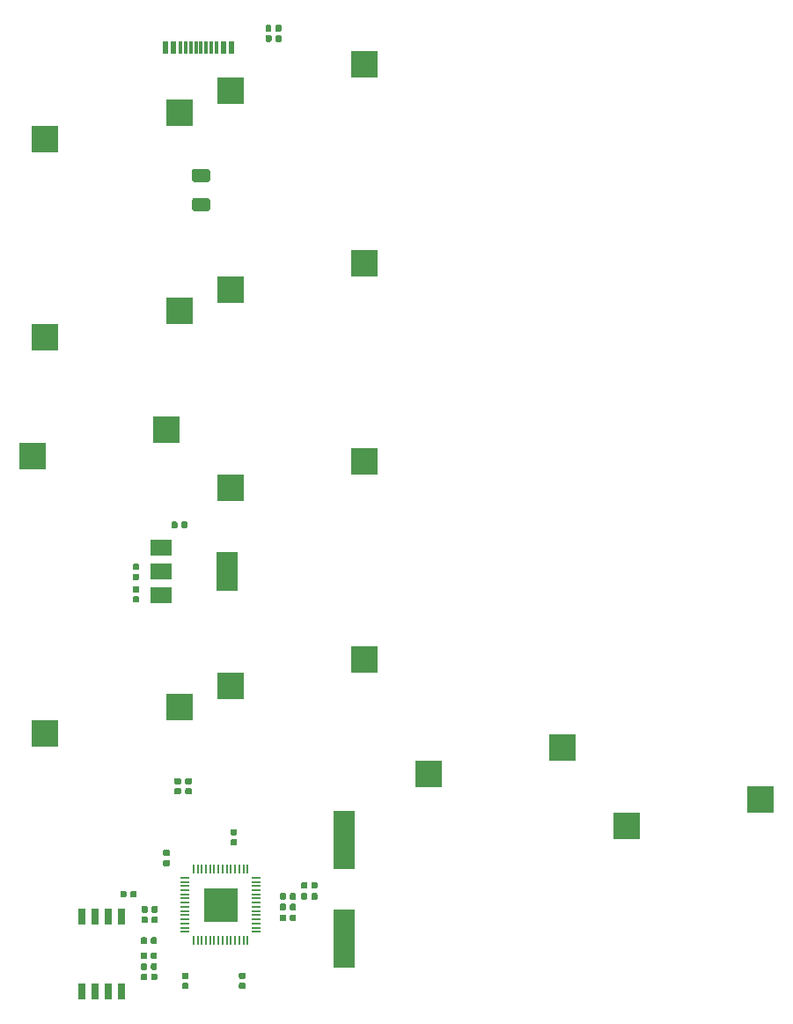
<source format=gbr>
G04 #@! TF.GenerationSoftware,KiCad,Pcbnew,(5.1.4)-1*
G04 #@! TF.CreationDate,2023-05-19T09:14:30-04:00*
G04 #@! TF.ProjectId,ThumbsUp,5468756d-6273-4557-902e-6b696361645f,rev?*
G04 #@! TF.SameCoordinates,Original*
G04 #@! TF.FileFunction,Paste,Bot*
G04 #@! TF.FilePolarity,Positive*
%FSLAX46Y46*%
G04 Gerber Fmt 4.6, Leading zero omitted, Abs format (unit mm)*
G04 Created by KiCad (PCBNEW (5.1.4)-1) date 2023-05-19 09:14:30*
%MOMM*%
%LPD*%
G04 APERTURE LIST*
%ADD10C,0.100000*%
%ADD11C,0.590000*%
%ADD12C,1.250000*%
%ADD13R,2.550000X2.500000*%
%ADD14R,0.600000X1.160000*%
%ADD15R,0.300000X1.160000*%
%ADD16R,3.200000X3.200000*%
%ADD17R,0.850000X0.200000*%
%ADD18R,0.200000X0.850000*%
%ADD19R,2.000000X1.500000*%
%ADD20R,2.000000X3.800000*%
%ADD21R,0.650000X1.650000*%
%ADD22R,2.100000X5.600000*%
G04 APERTURE END LIST*
D10*
G36*
X171186958Y-464525710D02*
G01*
X171201276Y-464527834D01*
X171215317Y-464531351D01*
X171228946Y-464536228D01*
X171242031Y-464542417D01*
X171254447Y-464549858D01*
X171266073Y-464558481D01*
X171276798Y-464568202D01*
X171286519Y-464578927D01*
X171295142Y-464590553D01*
X171302583Y-464602969D01*
X171308772Y-464616054D01*
X171313649Y-464629683D01*
X171317166Y-464643724D01*
X171319290Y-464658042D01*
X171320000Y-464672500D01*
X171320000Y-464967500D01*
X171319290Y-464981958D01*
X171317166Y-464996276D01*
X171313649Y-465010317D01*
X171308772Y-465023946D01*
X171302583Y-465037031D01*
X171295142Y-465049447D01*
X171286519Y-465061073D01*
X171276798Y-465071798D01*
X171266073Y-465081519D01*
X171254447Y-465090142D01*
X171242031Y-465097583D01*
X171228946Y-465103772D01*
X171215317Y-465108649D01*
X171201276Y-465112166D01*
X171186958Y-465114290D01*
X171172500Y-465115000D01*
X170827500Y-465115000D01*
X170813042Y-465114290D01*
X170798724Y-465112166D01*
X170784683Y-465108649D01*
X170771054Y-465103772D01*
X170757969Y-465097583D01*
X170745553Y-465090142D01*
X170733927Y-465081519D01*
X170723202Y-465071798D01*
X170713481Y-465061073D01*
X170704858Y-465049447D01*
X170697417Y-465037031D01*
X170691228Y-465023946D01*
X170686351Y-465010317D01*
X170682834Y-464996276D01*
X170680710Y-464981958D01*
X170680000Y-464967500D01*
X170680000Y-464672500D01*
X170680710Y-464658042D01*
X170682834Y-464643724D01*
X170686351Y-464629683D01*
X170691228Y-464616054D01*
X170697417Y-464602969D01*
X170704858Y-464590553D01*
X170713481Y-464578927D01*
X170723202Y-464568202D01*
X170733927Y-464558481D01*
X170745553Y-464549858D01*
X170757969Y-464542417D01*
X170771054Y-464536228D01*
X170784683Y-464531351D01*
X170798724Y-464527834D01*
X170813042Y-464525710D01*
X170827500Y-464525000D01*
X171172500Y-464525000D01*
X171186958Y-464525710D01*
X171186958Y-464525710D01*
G37*
D11*
X171000000Y-464820000D03*
D10*
G36*
X171186958Y-463555710D02*
G01*
X171201276Y-463557834D01*
X171215317Y-463561351D01*
X171228946Y-463566228D01*
X171242031Y-463572417D01*
X171254447Y-463579858D01*
X171266073Y-463588481D01*
X171276798Y-463598202D01*
X171286519Y-463608927D01*
X171295142Y-463620553D01*
X171302583Y-463632969D01*
X171308772Y-463646054D01*
X171313649Y-463659683D01*
X171317166Y-463673724D01*
X171319290Y-463688042D01*
X171320000Y-463702500D01*
X171320000Y-463997500D01*
X171319290Y-464011958D01*
X171317166Y-464026276D01*
X171313649Y-464040317D01*
X171308772Y-464053946D01*
X171302583Y-464067031D01*
X171295142Y-464079447D01*
X171286519Y-464091073D01*
X171276798Y-464101798D01*
X171266073Y-464111519D01*
X171254447Y-464120142D01*
X171242031Y-464127583D01*
X171228946Y-464133772D01*
X171215317Y-464138649D01*
X171201276Y-464142166D01*
X171186958Y-464144290D01*
X171172500Y-464145000D01*
X170827500Y-464145000D01*
X170813042Y-464144290D01*
X170798724Y-464142166D01*
X170784683Y-464138649D01*
X170771054Y-464133772D01*
X170757969Y-464127583D01*
X170745553Y-464120142D01*
X170733927Y-464111519D01*
X170723202Y-464101798D01*
X170713481Y-464091073D01*
X170704858Y-464079447D01*
X170697417Y-464067031D01*
X170691228Y-464053946D01*
X170686351Y-464040317D01*
X170682834Y-464026276D01*
X170680710Y-464011958D01*
X170680000Y-463997500D01*
X170680000Y-463702500D01*
X170680710Y-463688042D01*
X170682834Y-463673724D01*
X170686351Y-463659683D01*
X170691228Y-463646054D01*
X170697417Y-463632969D01*
X170704858Y-463620553D01*
X170713481Y-463608927D01*
X170723202Y-463598202D01*
X170733927Y-463588481D01*
X170745553Y-463579858D01*
X170757969Y-463572417D01*
X170771054Y-463566228D01*
X170784683Y-463561351D01*
X170798724Y-463557834D01*
X170813042Y-463555710D01*
X170827500Y-463555000D01*
X171172500Y-463555000D01*
X171186958Y-463555710D01*
X171186958Y-463555710D01*
G37*
D11*
X171000000Y-463850000D03*
D10*
G36*
X183581958Y-455880710D02*
G01*
X183596276Y-455882834D01*
X183610317Y-455886351D01*
X183623946Y-455891228D01*
X183637031Y-455897417D01*
X183649447Y-455904858D01*
X183661073Y-455913481D01*
X183671798Y-455923202D01*
X183681519Y-455933927D01*
X183690142Y-455945553D01*
X183697583Y-455957969D01*
X183703772Y-455971054D01*
X183708649Y-455984683D01*
X183712166Y-455998724D01*
X183714290Y-456013042D01*
X183715000Y-456027500D01*
X183715000Y-456372500D01*
X183714290Y-456386958D01*
X183712166Y-456401276D01*
X183708649Y-456415317D01*
X183703772Y-456428946D01*
X183697583Y-456442031D01*
X183690142Y-456454447D01*
X183681519Y-456466073D01*
X183671798Y-456476798D01*
X183661073Y-456486519D01*
X183649447Y-456495142D01*
X183637031Y-456502583D01*
X183623946Y-456508772D01*
X183610317Y-456513649D01*
X183596276Y-456517166D01*
X183581958Y-456519290D01*
X183567500Y-456520000D01*
X183272500Y-456520000D01*
X183258042Y-456519290D01*
X183243724Y-456517166D01*
X183229683Y-456513649D01*
X183216054Y-456508772D01*
X183202969Y-456502583D01*
X183190553Y-456495142D01*
X183178927Y-456486519D01*
X183168202Y-456476798D01*
X183158481Y-456466073D01*
X183149858Y-456454447D01*
X183142417Y-456442031D01*
X183136228Y-456428946D01*
X183131351Y-456415317D01*
X183127834Y-456401276D01*
X183125710Y-456386958D01*
X183125000Y-456372500D01*
X183125000Y-456027500D01*
X183125710Y-456013042D01*
X183127834Y-455998724D01*
X183131351Y-455984683D01*
X183136228Y-455971054D01*
X183142417Y-455957969D01*
X183149858Y-455945553D01*
X183158481Y-455933927D01*
X183168202Y-455923202D01*
X183178927Y-455913481D01*
X183190553Y-455904858D01*
X183202969Y-455897417D01*
X183216054Y-455891228D01*
X183229683Y-455886351D01*
X183243724Y-455882834D01*
X183258042Y-455880710D01*
X183272500Y-455880000D01*
X183567500Y-455880000D01*
X183581958Y-455880710D01*
X183581958Y-455880710D01*
G37*
D11*
X183420000Y-456200000D03*
D10*
G36*
X182611958Y-455880710D02*
G01*
X182626276Y-455882834D01*
X182640317Y-455886351D01*
X182653946Y-455891228D01*
X182667031Y-455897417D01*
X182679447Y-455904858D01*
X182691073Y-455913481D01*
X182701798Y-455923202D01*
X182711519Y-455933927D01*
X182720142Y-455945553D01*
X182727583Y-455957969D01*
X182733772Y-455971054D01*
X182738649Y-455984683D01*
X182742166Y-455998724D01*
X182744290Y-456013042D01*
X182745000Y-456027500D01*
X182745000Y-456372500D01*
X182744290Y-456386958D01*
X182742166Y-456401276D01*
X182738649Y-456415317D01*
X182733772Y-456428946D01*
X182727583Y-456442031D01*
X182720142Y-456454447D01*
X182711519Y-456466073D01*
X182701798Y-456476798D01*
X182691073Y-456486519D01*
X182679447Y-456495142D01*
X182667031Y-456502583D01*
X182653946Y-456508772D01*
X182640317Y-456513649D01*
X182626276Y-456517166D01*
X182611958Y-456519290D01*
X182597500Y-456520000D01*
X182302500Y-456520000D01*
X182288042Y-456519290D01*
X182273724Y-456517166D01*
X182259683Y-456513649D01*
X182246054Y-456508772D01*
X182232969Y-456502583D01*
X182220553Y-456495142D01*
X182208927Y-456486519D01*
X182198202Y-456476798D01*
X182188481Y-456466073D01*
X182179858Y-456454447D01*
X182172417Y-456442031D01*
X182166228Y-456428946D01*
X182161351Y-456415317D01*
X182157834Y-456401276D01*
X182155710Y-456386958D01*
X182155000Y-456372500D01*
X182155000Y-456027500D01*
X182155710Y-456013042D01*
X182157834Y-455998724D01*
X182161351Y-455984683D01*
X182166228Y-455971054D01*
X182172417Y-455957969D01*
X182179858Y-455945553D01*
X182188481Y-455933927D01*
X182198202Y-455923202D01*
X182208927Y-455913481D01*
X182220553Y-455904858D01*
X182232969Y-455897417D01*
X182246054Y-455891228D01*
X182259683Y-455886351D01*
X182273724Y-455882834D01*
X182288042Y-455880710D01*
X182302500Y-455880000D01*
X182597500Y-455880000D01*
X182611958Y-455880710D01*
X182611958Y-455880710D01*
G37*
D11*
X182450000Y-456200000D03*
D10*
G36*
X166181958Y-455680710D02*
G01*
X166196276Y-455682834D01*
X166210317Y-455686351D01*
X166223946Y-455691228D01*
X166237031Y-455697417D01*
X166249447Y-455704858D01*
X166261073Y-455713481D01*
X166271798Y-455723202D01*
X166281519Y-455733927D01*
X166290142Y-455745553D01*
X166297583Y-455757969D01*
X166303772Y-455771054D01*
X166308649Y-455784683D01*
X166312166Y-455798724D01*
X166314290Y-455813042D01*
X166315000Y-455827500D01*
X166315000Y-456172500D01*
X166314290Y-456186958D01*
X166312166Y-456201276D01*
X166308649Y-456215317D01*
X166303772Y-456228946D01*
X166297583Y-456242031D01*
X166290142Y-456254447D01*
X166281519Y-456266073D01*
X166271798Y-456276798D01*
X166261073Y-456286519D01*
X166249447Y-456295142D01*
X166237031Y-456302583D01*
X166223946Y-456308772D01*
X166210317Y-456313649D01*
X166196276Y-456317166D01*
X166181958Y-456319290D01*
X166167500Y-456320000D01*
X165872500Y-456320000D01*
X165858042Y-456319290D01*
X165843724Y-456317166D01*
X165829683Y-456313649D01*
X165816054Y-456308772D01*
X165802969Y-456302583D01*
X165790553Y-456295142D01*
X165778927Y-456286519D01*
X165768202Y-456276798D01*
X165758481Y-456266073D01*
X165749858Y-456254447D01*
X165742417Y-456242031D01*
X165736228Y-456228946D01*
X165731351Y-456215317D01*
X165727834Y-456201276D01*
X165725710Y-456186958D01*
X165725000Y-456172500D01*
X165725000Y-455827500D01*
X165725710Y-455813042D01*
X165727834Y-455798724D01*
X165731351Y-455784683D01*
X165736228Y-455771054D01*
X165742417Y-455757969D01*
X165749858Y-455745553D01*
X165758481Y-455733927D01*
X165768202Y-455723202D01*
X165778927Y-455713481D01*
X165790553Y-455704858D01*
X165802969Y-455697417D01*
X165816054Y-455691228D01*
X165829683Y-455686351D01*
X165843724Y-455682834D01*
X165858042Y-455680710D01*
X165872500Y-455680000D01*
X166167500Y-455680000D01*
X166181958Y-455680710D01*
X166181958Y-455680710D01*
G37*
D11*
X166020000Y-456000000D03*
D10*
G36*
X165211958Y-455680710D02*
G01*
X165226276Y-455682834D01*
X165240317Y-455686351D01*
X165253946Y-455691228D01*
X165267031Y-455697417D01*
X165279447Y-455704858D01*
X165291073Y-455713481D01*
X165301798Y-455723202D01*
X165311519Y-455733927D01*
X165320142Y-455745553D01*
X165327583Y-455757969D01*
X165333772Y-455771054D01*
X165338649Y-455784683D01*
X165342166Y-455798724D01*
X165344290Y-455813042D01*
X165345000Y-455827500D01*
X165345000Y-456172500D01*
X165344290Y-456186958D01*
X165342166Y-456201276D01*
X165338649Y-456215317D01*
X165333772Y-456228946D01*
X165327583Y-456242031D01*
X165320142Y-456254447D01*
X165311519Y-456266073D01*
X165301798Y-456276798D01*
X165291073Y-456286519D01*
X165279447Y-456295142D01*
X165267031Y-456302583D01*
X165253946Y-456308772D01*
X165240317Y-456313649D01*
X165226276Y-456317166D01*
X165211958Y-456319290D01*
X165197500Y-456320000D01*
X164902500Y-456320000D01*
X164888042Y-456319290D01*
X164873724Y-456317166D01*
X164859683Y-456313649D01*
X164846054Y-456308772D01*
X164832969Y-456302583D01*
X164820553Y-456295142D01*
X164808927Y-456286519D01*
X164798202Y-456276798D01*
X164788481Y-456266073D01*
X164779858Y-456254447D01*
X164772417Y-456242031D01*
X164766228Y-456228946D01*
X164761351Y-456215317D01*
X164757834Y-456201276D01*
X164755710Y-456186958D01*
X164755000Y-456172500D01*
X164755000Y-455827500D01*
X164755710Y-455813042D01*
X164757834Y-455798724D01*
X164761351Y-455784683D01*
X164766228Y-455771054D01*
X164772417Y-455757969D01*
X164779858Y-455745553D01*
X164788481Y-455733927D01*
X164798202Y-455723202D01*
X164808927Y-455713481D01*
X164820553Y-455704858D01*
X164832969Y-455697417D01*
X164846054Y-455691228D01*
X164859683Y-455686351D01*
X164873724Y-455682834D01*
X164888042Y-455680710D01*
X164902500Y-455680000D01*
X165197500Y-455680000D01*
X165211958Y-455680710D01*
X165211958Y-455680710D01*
G37*
D11*
X165050000Y-456000000D03*
D10*
G36*
X167191958Y-460130710D02*
G01*
X167206276Y-460132834D01*
X167220317Y-460136351D01*
X167233946Y-460141228D01*
X167247031Y-460147417D01*
X167259447Y-460154858D01*
X167271073Y-460163481D01*
X167281798Y-460173202D01*
X167291519Y-460183927D01*
X167300142Y-460195553D01*
X167307583Y-460207969D01*
X167313772Y-460221054D01*
X167318649Y-460234683D01*
X167322166Y-460248724D01*
X167324290Y-460263042D01*
X167325000Y-460277500D01*
X167325000Y-460622500D01*
X167324290Y-460636958D01*
X167322166Y-460651276D01*
X167318649Y-460665317D01*
X167313772Y-460678946D01*
X167307583Y-460692031D01*
X167300142Y-460704447D01*
X167291519Y-460716073D01*
X167281798Y-460726798D01*
X167271073Y-460736519D01*
X167259447Y-460745142D01*
X167247031Y-460752583D01*
X167233946Y-460758772D01*
X167220317Y-460763649D01*
X167206276Y-460767166D01*
X167191958Y-460769290D01*
X167177500Y-460770000D01*
X166882500Y-460770000D01*
X166868042Y-460769290D01*
X166853724Y-460767166D01*
X166839683Y-460763649D01*
X166826054Y-460758772D01*
X166812969Y-460752583D01*
X166800553Y-460745142D01*
X166788927Y-460736519D01*
X166778202Y-460726798D01*
X166768481Y-460716073D01*
X166759858Y-460704447D01*
X166752417Y-460692031D01*
X166746228Y-460678946D01*
X166741351Y-460665317D01*
X166737834Y-460651276D01*
X166735710Y-460636958D01*
X166735000Y-460622500D01*
X166735000Y-460277500D01*
X166735710Y-460263042D01*
X166737834Y-460248724D01*
X166741351Y-460234683D01*
X166746228Y-460221054D01*
X166752417Y-460207969D01*
X166759858Y-460195553D01*
X166768481Y-460183927D01*
X166778202Y-460173202D01*
X166788927Y-460163481D01*
X166800553Y-460154858D01*
X166812969Y-460147417D01*
X166826054Y-460141228D01*
X166839683Y-460136351D01*
X166853724Y-460132834D01*
X166868042Y-460130710D01*
X166882500Y-460130000D01*
X167177500Y-460130000D01*
X167191958Y-460130710D01*
X167191958Y-460130710D01*
G37*
D11*
X167030000Y-460450000D03*
D10*
G36*
X168161958Y-460130710D02*
G01*
X168176276Y-460132834D01*
X168190317Y-460136351D01*
X168203946Y-460141228D01*
X168217031Y-460147417D01*
X168229447Y-460154858D01*
X168241073Y-460163481D01*
X168251798Y-460173202D01*
X168261519Y-460183927D01*
X168270142Y-460195553D01*
X168277583Y-460207969D01*
X168283772Y-460221054D01*
X168288649Y-460234683D01*
X168292166Y-460248724D01*
X168294290Y-460263042D01*
X168295000Y-460277500D01*
X168295000Y-460622500D01*
X168294290Y-460636958D01*
X168292166Y-460651276D01*
X168288649Y-460665317D01*
X168283772Y-460678946D01*
X168277583Y-460692031D01*
X168270142Y-460704447D01*
X168261519Y-460716073D01*
X168251798Y-460726798D01*
X168241073Y-460736519D01*
X168229447Y-460745142D01*
X168217031Y-460752583D01*
X168203946Y-460758772D01*
X168190317Y-460763649D01*
X168176276Y-460767166D01*
X168161958Y-460769290D01*
X168147500Y-460770000D01*
X167852500Y-460770000D01*
X167838042Y-460769290D01*
X167823724Y-460767166D01*
X167809683Y-460763649D01*
X167796054Y-460758772D01*
X167782969Y-460752583D01*
X167770553Y-460745142D01*
X167758927Y-460736519D01*
X167748202Y-460726798D01*
X167738481Y-460716073D01*
X167729858Y-460704447D01*
X167722417Y-460692031D01*
X167716228Y-460678946D01*
X167711351Y-460665317D01*
X167707834Y-460651276D01*
X167705710Y-460636958D01*
X167705000Y-460622500D01*
X167705000Y-460277500D01*
X167705710Y-460263042D01*
X167707834Y-460248724D01*
X167711351Y-460234683D01*
X167716228Y-460221054D01*
X167722417Y-460207969D01*
X167729858Y-460195553D01*
X167738481Y-460183927D01*
X167748202Y-460173202D01*
X167758927Y-460163481D01*
X167770553Y-460154858D01*
X167782969Y-460147417D01*
X167796054Y-460141228D01*
X167809683Y-460136351D01*
X167823724Y-460132834D01*
X167838042Y-460130710D01*
X167852500Y-460130000D01*
X168147500Y-460130000D01*
X168161958Y-460130710D01*
X168161958Y-460130710D01*
G37*
D11*
X168000000Y-460450000D03*
D10*
G36*
X166436958Y-427355710D02*
G01*
X166451276Y-427357834D01*
X166465317Y-427361351D01*
X166478946Y-427366228D01*
X166492031Y-427372417D01*
X166504447Y-427379858D01*
X166516073Y-427388481D01*
X166526798Y-427398202D01*
X166536519Y-427408927D01*
X166545142Y-427420553D01*
X166552583Y-427432969D01*
X166558772Y-427446054D01*
X166563649Y-427459683D01*
X166567166Y-427473724D01*
X166569290Y-427488042D01*
X166570000Y-427502500D01*
X166570000Y-427797500D01*
X166569290Y-427811958D01*
X166567166Y-427826276D01*
X166563649Y-427840317D01*
X166558772Y-427853946D01*
X166552583Y-427867031D01*
X166545142Y-427879447D01*
X166536519Y-427891073D01*
X166526798Y-427901798D01*
X166516073Y-427911519D01*
X166504447Y-427920142D01*
X166492031Y-427927583D01*
X166478946Y-427933772D01*
X166465317Y-427938649D01*
X166451276Y-427942166D01*
X166436958Y-427944290D01*
X166422500Y-427945000D01*
X166077500Y-427945000D01*
X166063042Y-427944290D01*
X166048724Y-427942166D01*
X166034683Y-427938649D01*
X166021054Y-427933772D01*
X166007969Y-427927583D01*
X165995553Y-427920142D01*
X165983927Y-427911519D01*
X165973202Y-427901798D01*
X165963481Y-427891073D01*
X165954858Y-427879447D01*
X165947417Y-427867031D01*
X165941228Y-427853946D01*
X165936351Y-427840317D01*
X165932834Y-427826276D01*
X165930710Y-427811958D01*
X165930000Y-427797500D01*
X165930000Y-427502500D01*
X165930710Y-427488042D01*
X165932834Y-427473724D01*
X165936351Y-427459683D01*
X165941228Y-427446054D01*
X165947417Y-427432969D01*
X165954858Y-427420553D01*
X165963481Y-427408927D01*
X165973202Y-427398202D01*
X165983927Y-427388481D01*
X165995553Y-427379858D01*
X166007969Y-427372417D01*
X166021054Y-427366228D01*
X166034683Y-427361351D01*
X166048724Y-427357834D01*
X166063042Y-427355710D01*
X166077500Y-427355000D01*
X166422500Y-427355000D01*
X166436958Y-427355710D01*
X166436958Y-427355710D01*
G37*
D11*
X166250000Y-427650000D03*
D10*
G36*
X166436958Y-426385710D02*
G01*
X166451276Y-426387834D01*
X166465317Y-426391351D01*
X166478946Y-426396228D01*
X166492031Y-426402417D01*
X166504447Y-426409858D01*
X166516073Y-426418481D01*
X166526798Y-426428202D01*
X166536519Y-426438927D01*
X166545142Y-426450553D01*
X166552583Y-426462969D01*
X166558772Y-426476054D01*
X166563649Y-426489683D01*
X166567166Y-426503724D01*
X166569290Y-426518042D01*
X166570000Y-426532500D01*
X166570000Y-426827500D01*
X166569290Y-426841958D01*
X166567166Y-426856276D01*
X166563649Y-426870317D01*
X166558772Y-426883946D01*
X166552583Y-426897031D01*
X166545142Y-426909447D01*
X166536519Y-426921073D01*
X166526798Y-426931798D01*
X166516073Y-426941519D01*
X166504447Y-426950142D01*
X166492031Y-426957583D01*
X166478946Y-426963772D01*
X166465317Y-426968649D01*
X166451276Y-426972166D01*
X166436958Y-426974290D01*
X166422500Y-426975000D01*
X166077500Y-426975000D01*
X166063042Y-426974290D01*
X166048724Y-426972166D01*
X166034683Y-426968649D01*
X166021054Y-426963772D01*
X166007969Y-426957583D01*
X165995553Y-426950142D01*
X165983927Y-426941519D01*
X165973202Y-426931798D01*
X165963481Y-426921073D01*
X165954858Y-426909447D01*
X165947417Y-426897031D01*
X165941228Y-426883946D01*
X165936351Y-426870317D01*
X165932834Y-426856276D01*
X165930710Y-426841958D01*
X165930000Y-426827500D01*
X165930000Y-426532500D01*
X165930710Y-426518042D01*
X165932834Y-426503724D01*
X165936351Y-426489683D01*
X165941228Y-426476054D01*
X165947417Y-426462969D01*
X165954858Y-426450553D01*
X165963481Y-426438927D01*
X165973202Y-426428202D01*
X165983927Y-426418481D01*
X165995553Y-426409858D01*
X166007969Y-426402417D01*
X166021054Y-426396228D01*
X166034683Y-426391351D01*
X166048724Y-426387834D01*
X166063042Y-426385710D01*
X166077500Y-426385000D01*
X166422500Y-426385000D01*
X166436958Y-426385710D01*
X166436958Y-426385710D01*
G37*
D11*
X166250000Y-426680000D03*
D10*
G36*
X183581958Y-454830710D02*
G01*
X183596276Y-454832834D01*
X183610317Y-454836351D01*
X183623946Y-454841228D01*
X183637031Y-454847417D01*
X183649447Y-454854858D01*
X183661073Y-454863481D01*
X183671798Y-454873202D01*
X183681519Y-454883927D01*
X183690142Y-454895553D01*
X183697583Y-454907969D01*
X183703772Y-454921054D01*
X183708649Y-454934683D01*
X183712166Y-454948724D01*
X183714290Y-454963042D01*
X183715000Y-454977500D01*
X183715000Y-455322500D01*
X183714290Y-455336958D01*
X183712166Y-455351276D01*
X183708649Y-455365317D01*
X183703772Y-455378946D01*
X183697583Y-455392031D01*
X183690142Y-455404447D01*
X183681519Y-455416073D01*
X183671798Y-455426798D01*
X183661073Y-455436519D01*
X183649447Y-455445142D01*
X183637031Y-455452583D01*
X183623946Y-455458772D01*
X183610317Y-455463649D01*
X183596276Y-455467166D01*
X183581958Y-455469290D01*
X183567500Y-455470000D01*
X183272500Y-455470000D01*
X183258042Y-455469290D01*
X183243724Y-455467166D01*
X183229683Y-455463649D01*
X183216054Y-455458772D01*
X183202969Y-455452583D01*
X183190553Y-455445142D01*
X183178927Y-455436519D01*
X183168202Y-455426798D01*
X183158481Y-455416073D01*
X183149858Y-455404447D01*
X183142417Y-455392031D01*
X183136228Y-455378946D01*
X183131351Y-455365317D01*
X183127834Y-455351276D01*
X183125710Y-455336958D01*
X183125000Y-455322500D01*
X183125000Y-454977500D01*
X183125710Y-454963042D01*
X183127834Y-454948724D01*
X183131351Y-454934683D01*
X183136228Y-454921054D01*
X183142417Y-454907969D01*
X183149858Y-454895553D01*
X183158481Y-454883927D01*
X183168202Y-454873202D01*
X183178927Y-454863481D01*
X183190553Y-454854858D01*
X183202969Y-454847417D01*
X183216054Y-454841228D01*
X183229683Y-454836351D01*
X183243724Y-454832834D01*
X183258042Y-454830710D01*
X183272500Y-454830000D01*
X183567500Y-454830000D01*
X183581958Y-454830710D01*
X183581958Y-454830710D01*
G37*
D11*
X183420000Y-455150000D03*
D10*
G36*
X182611958Y-454830710D02*
G01*
X182626276Y-454832834D01*
X182640317Y-454836351D01*
X182653946Y-454841228D01*
X182667031Y-454847417D01*
X182679447Y-454854858D01*
X182691073Y-454863481D01*
X182701798Y-454873202D01*
X182711519Y-454883927D01*
X182720142Y-454895553D01*
X182727583Y-454907969D01*
X182733772Y-454921054D01*
X182738649Y-454934683D01*
X182742166Y-454948724D01*
X182744290Y-454963042D01*
X182745000Y-454977500D01*
X182745000Y-455322500D01*
X182744290Y-455336958D01*
X182742166Y-455351276D01*
X182738649Y-455365317D01*
X182733772Y-455378946D01*
X182727583Y-455392031D01*
X182720142Y-455404447D01*
X182711519Y-455416073D01*
X182701798Y-455426798D01*
X182691073Y-455436519D01*
X182679447Y-455445142D01*
X182667031Y-455452583D01*
X182653946Y-455458772D01*
X182640317Y-455463649D01*
X182626276Y-455467166D01*
X182611958Y-455469290D01*
X182597500Y-455470000D01*
X182302500Y-455470000D01*
X182288042Y-455469290D01*
X182273724Y-455467166D01*
X182259683Y-455463649D01*
X182246054Y-455458772D01*
X182232969Y-455452583D01*
X182220553Y-455445142D01*
X182208927Y-455436519D01*
X182198202Y-455426798D01*
X182188481Y-455416073D01*
X182179858Y-455404447D01*
X182172417Y-455392031D01*
X182166228Y-455378946D01*
X182161351Y-455365317D01*
X182157834Y-455351276D01*
X182155710Y-455336958D01*
X182155000Y-455322500D01*
X182155000Y-454977500D01*
X182155710Y-454963042D01*
X182157834Y-454948724D01*
X182161351Y-454934683D01*
X182166228Y-454921054D01*
X182172417Y-454907969D01*
X182179858Y-454895553D01*
X182188481Y-454883927D01*
X182198202Y-454873202D01*
X182208927Y-454863481D01*
X182220553Y-454854858D01*
X182232969Y-454847417D01*
X182246054Y-454841228D01*
X182259683Y-454836351D01*
X182273724Y-454832834D01*
X182288042Y-454830710D01*
X182302500Y-454830000D01*
X182597500Y-454830000D01*
X182611958Y-454830710D01*
X182611958Y-454830710D01*
G37*
D11*
X182450000Y-455150000D03*
D10*
G36*
X167176958Y-461580710D02*
G01*
X167191276Y-461582834D01*
X167205317Y-461586351D01*
X167218946Y-461591228D01*
X167232031Y-461597417D01*
X167244447Y-461604858D01*
X167256073Y-461613481D01*
X167266798Y-461623202D01*
X167276519Y-461633927D01*
X167285142Y-461645553D01*
X167292583Y-461657969D01*
X167298772Y-461671054D01*
X167303649Y-461684683D01*
X167307166Y-461698724D01*
X167309290Y-461713042D01*
X167310000Y-461727500D01*
X167310000Y-462072500D01*
X167309290Y-462086958D01*
X167307166Y-462101276D01*
X167303649Y-462115317D01*
X167298772Y-462128946D01*
X167292583Y-462142031D01*
X167285142Y-462154447D01*
X167276519Y-462166073D01*
X167266798Y-462176798D01*
X167256073Y-462186519D01*
X167244447Y-462195142D01*
X167232031Y-462202583D01*
X167218946Y-462208772D01*
X167205317Y-462213649D01*
X167191276Y-462217166D01*
X167176958Y-462219290D01*
X167162500Y-462220000D01*
X166867500Y-462220000D01*
X166853042Y-462219290D01*
X166838724Y-462217166D01*
X166824683Y-462213649D01*
X166811054Y-462208772D01*
X166797969Y-462202583D01*
X166785553Y-462195142D01*
X166773927Y-462186519D01*
X166763202Y-462176798D01*
X166753481Y-462166073D01*
X166744858Y-462154447D01*
X166737417Y-462142031D01*
X166731228Y-462128946D01*
X166726351Y-462115317D01*
X166722834Y-462101276D01*
X166720710Y-462086958D01*
X166720000Y-462072500D01*
X166720000Y-461727500D01*
X166720710Y-461713042D01*
X166722834Y-461698724D01*
X166726351Y-461684683D01*
X166731228Y-461671054D01*
X166737417Y-461657969D01*
X166744858Y-461645553D01*
X166753481Y-461633927D01*
X166763202Y-461623202D01*
X166773927Y-461613481D01*
X166785553Y-461604858D01*
X166797969Y-461597417D01*
X166811054Y-461591228D01*
X166824683Y-461586351D01*
X166838724Y-461582834D01*
X166853042Y-461580710D01*
X166867500Y-461580000D01*
X167162500Y-461580000D01*
X167176958Y-461580710D01*
X167176958Y-461580710D01*
G37*
D11*
X167015000Y-461900000D03*
D10*
G36*
X168146958Y-461580710D02*
G01*
X168161276Y-461582834D01*
X168175317Y-461586351D01*
X168188946Y-461591228D01*
X168202031Y-461597417D01*
X168214447Y-461604858D01*
X168226073Y-461613481D01*
X168236798Y-461623202D01*
X168246519Y-461633927D01*
X168255142Y-461645553D01*
X168262583Y-461657969D01*
X168268772Y-461671054D01*
X168273649Y-461684683D01*
X168277166Y-461698724D01*
X168279290Y-461713042D01*
X168280000Y-461727500D01*
X168280000Y-462072500D01*
X168279290Y-462086958D01*
X168277166Y-462101276D01*
X168273649Y-462115317D01*
X168268772Y-462128946D01*
X168262583Y-462142031D01*
X168255142Y-462154447D01*
X168246519Y-462166073D01*
X168236798Y-462176798D01*
X168226073Y-462186519D01*
X168214447Y-462195142D01*
X168202031Y-462202583D01*
X168188946Y-462208772D01*
X168175317Y-462213649D01*
X168161276Y-462217166D01*
X168146958Y-462219290D01*
X168132500Y-462220000D01*
X167837500Y-462220000D01*
X167823042Y-462219290D01*
X167808724Y-462217166D01*
X167794683Y-462213649D01*
X167781054Y-462208772D01*
X167767969Y-462202583D01*
X167755553Y-462195142D01*
X167743927Y-462186519D01*
X167733202Y-462176798D01*
X167723481Y-462166073D01*
X167714858Y-462154447D01*
X167707417Y-462142031D01*
X167701228Y-462128946D01*
X167696351Y-462115317D01*
X167692834Y-462101276D01*
X167690710Y-462086958D01*
X167690000Y-462072500D01*
X167690000Y-461727500D01*
X167690710Y-461713042D01*
X167692834Y-461698724D01*
X167696351Y-461684683D01*
X167701228Y-461671054D01*
X167707417Y-461657969D01*
X167714858Y-461645553D01*
X167723481Y-461633927D01*
X167733202Y-461623202D01*
X167743927Y-461613481D01*
X167755553Y-461604858D01*
X167767969Y-461597417D01*
X167781054Y-461591228D01*
X167794683Y-461586351D01*
X167808724Y-461582834D01*
X167823042Y-461580710D01*
X167837500Y-461580000D01*
X168132500Y-461580000D01*
X168146958Y-461580710D01*
X168146958Y-461580710D01*
G37*
D11*
X167985000Y-461900000D03*
D10*
G36*
X167261958Y-458130710D02*
G01*
X167276276Y-458132834D01*
X167290317Y-458136351D01*
X167303946Y-458141228D01*
X167317031Y-458147417D01*
X167329447Y-458154858D01*
X167341073Y-458163481D01*
X167351798Y-458173202D01*
X167361519Y-458183927D01*
X167370142Y-458195553D01*
X167377583Y-458207969D01*
X167383772Y-458221054D01*
X167388649Y-458234683D01*
X167392166Y-458248724D01*
X167394290Y-458263042D01*
X167395000Y-458277500D01*
X167395000Y-458622500D01*
X167394290Y-458636958D01*
X167392166Y-458651276D01*
X167388649Y-458665317D01*
X167383772Y-458678946D01*
X167377583Y-458692031D01*
X167370142Y-458704447D01*
X167361519Y-458716073D01*
X167351798Y-458726798D01*
X167341073Y-458736519D01*
X167329447Y-458745142D01*
X167317031Y-458752583D01*
X167303946Y-458758772D01*
X167290317Y-458763649D01*
X167276276Y-458767166D01*
X167261958Y-458769290D01*
X167247500Y-458770000D01*
X166952500Y-458770000D01*
X166938042Y-458769290D01*
X166923724Y-458767166D01*
X166909683Y-458763649D01*
X166896054Y-458758772D01*
X166882969Y-458752583D01*
X166870553Y-458745142D01*
X166858927Y-458736519D01*
X166848202Y-458726798D01*
X166838481Y-458716073D01*
X166829858Y-458704447D01*
X166822417Y-458692031D01*
X166816228Y-458678946D01*
X166811351Y-458665317D01*
X166807834Y-458651276D01*
X166805710Y-458636958D01*
X166805000Y-458622500D01*
X166805000Y-458277500D01*
X166805710Y-458263042D01*
X166807834Y-458248724D01*
X166811351Y-458234683D01*
X166816228Y-458221054D01*
X166822417Y-458207969D01*
X166829858Y-458195553D01*
X166838481Y-458183927D01*
X166848202Y-458173202D01*
X166858927Y-458163481D01*
X166870553Y-458154858D01*
X166882969Y-458147417D01*
X166896054Y-458141228D01*
X166909683Y-458136351D01*
X166923724Y-458132834D01*
X166938042Y-458130710D01*
X166952500Y-458130000D01*
X167247500Y-458130000D01*
X167261958Y-458130710D01*
X167261958Y-458130710D01*
G37*
D11*
X167100000Y-458450000D03*
D10*
G36*
X168231958Y-458130710D02*
G01*
X168246276Y-458132834D01*
X168260317Y-458136351D01*
X168273946Y-458141228D01*
X168287031Y-458147417D01*
X168299447Y-458154858D01*
X168311073Y-458163481D01*
X168321798Y-458173202D01*
X168331519Y-458183927D01*
X168340142Y-458195553D01*
X168347583Y-458207969D01*
X168353772Y-458221054D01*
X168358649Y-458234683D01*
X168362166Y-458248724D01*
X168364290Y-458263042D01*
X168365000Y-458277500D01*
X168365000Y-458622500D01*
X168364290Y-458636958D01*
X168362166Y-458651276D01*
X168358649Y-458665317D01*
X168353772Y-458678946D01*
X168347583Y-458692031D01*
X168340142Y-458704447D01*
X168331519Y-458716073D01*
X168321798Y-458726798D01*
X168311073Y-458736519D01*
X168299447Y-458745142D01*
X168287031Y-458752583D01*
X168273946Y-458758772D01*
X168260317Y-458763649D01*
X168246276Y-458767166D01*
X168231958Y-458769290D01*
X168217500Y-458770000D01*
X167922500Y-458770000D01*
X167908042Y-458769290D01*
X167893724Y-458767166D01*
X167879683Y-458763649D01*
X167866054Y-458758772D01*
X167852969Y-458752583D01*
X167840553Y-458745142D01*
X167828927Y-458736519D01*
X167818202Y-458726798D01*
X167808481Y-458716073D01*
X167799858Y-458704447D01*
X167792417Y-458692031D01*
X167786228Y-458678946D01*
X167781351Y-458665317D01*
X167777834Y-458651276D01*
X167775710Y-458636958D01*
X167775000Y-458622500D01*
X167775000Y-458277500D01*
X167775710Y-458263042D01*
X167777834Y-458248724D01*
X167781351Y-458234683D01*
X167786228Y-458221054D01*
X167792417Y-458207969D01*
X167799858Y-458195553D01*
X167808481Y-458183927D01*
X167818202Y-458173202D01*
X167828927Y-458163481D01*
X167840553Y-458154858D01*
X167852969Y-458147417D01*
X167866054Y-458141228D01*
X167879683Y-458136351D01*
X167893724Y-458132834D01*
X167908042Y-458130710D01*
X167922500Y-458130000D01*
X168217500Y-458130000D01*
X168231958Y-458130710D01*
X168231958Y-458130710D01*
G37*
D11*
X168070000Y-458450000D03*
D10*
G36*
X170116958Y-420155710D02*
G01*
X170131276Y-420157834D01*
X170145317Y-420161351D01*
X170158946Y-420166228D01*
X170172031Y-420172417D01*
X170184447Y-420179858D01*
X170196073Y-420188481D01*
X170206798Y-420198202D01*
X170216519Y-420208927D01*
X170225142Y-420220553D01*
X170232583Y-420232969D01*
X170238772Y-420246054D01*
X170243649Y-420259683D01*
X170247166Y-420273724D01*
X170249290Y-420288042D01*
X170250000Y-420302500D01*
X170250000Y-420647500D01*
X170249290Y-420661958D01*
X170247166Y-420676276D01*
X170243649Y-420690317D01*
X170238772Y-420703946D01*
X170232583Y-420717031D01*
X170225142Y-420729447D01*
X170216519Y-420741073D01*
X170206798Y-420751798D01*
X170196073Y-420761519D01*
X170184447Y-420770142D01*
X170172031Y-420777583D01*
X170158946Y-420783772D01*
X170145317Y-420788649D01*
X170131276Y-420792166D01*
X170116958Y-420794290D01*
X170102500Y-420795000D01*
X169807500Y-420795000D01*
X169793042Y-420794290D01*
X169778724Y-420792166D01*
X169764683Y-420788649D01*
X169751054Y-420783772D01*
X169737969Y-420777583D01*
X169725553Y-420770142D01*
X169713927Y-420761519D01*
X169703202Y-420751798D01*
X169693481Y-420741073D01*
X169684858Y-420729447D01*
X169677417Y-420717031D01*
X169671228Y-420703946D01*
X169666351Y-420690317D01*
X169662834Y-420676276D01*
X169660710Y-420661958D01*
X169660000Y-420647500D01*
X169660000Y-420302500D01*
X169660710Y-420288042D01*
X169662834Y-420273724D01*
X169666351Y-420259683D01*
X169671228Y-420246054D01*
X169677417Y-420232969D01*
X169684858Y-420220553D01*
X169693481Y-420208927D01*
X169703202Y-420198202D01*
X169713927Y-420188481D01*
X169725553Y-420179858D01*
X169737969Y-420172417D01*
X169751054Y-420166228D01*
X169764683Y-420161351D01*
X169778724Y-420157834D01*
X169793042Y-420155710D01*
X169807500Y-420155000D01*
X170102500Y-420155000D01*
X170116958Y-420155710D01*
X170116958Y-420155710D01*
G37*
D11*
X169955000Y-420475000D03*
D10*
G36*
X171086958Y-420155710D02*
G01*
X171101276Y-420157834D01*
X171115317Y-420161351D01*
X171128946Y-420166228D01*
X171142031Y-420172417D01*
X171154447Y-420179858D01*
X171166073Y-420188481D01*
X171176798Y-420198202D01*
X171186519Y-420208927D01*
X171195142Y-420220553D01*
X171202583Y-420232969D01*
X171208772Y-420246054D01*
X171213649Y-420259683D01*
X171217166Y-420273724D01*
X171219290Y-420288042D01*
X171220000Y-420302500D01*
X171220000Y-420647500D01*
X171219290Y-420661958D01*
X171217166Y-420676276D01*
X171213649Y-420690317D01*
X171208772Y-420703946D01*
X171202583Y-420717031D01*
X171195142Y-420729447D01*
X171186519Y-420741073D01*
X171176798Y-420751798D01*
X171166073Y-420761519D01*
X171154447Y-420770142D01*
X171142031Y-420777583D01*
X171128946Y-420783772D01*
X171115317Y-420788649D01*
X171101276Y-420792166D01*
X171086958Y-420794290D01*
X171072500Y-420795000D01*
X170777500Y-420795000D01*
X170763042Y-420794290D01*
X170748724Y-420792166D01*
X170734683Y-420788649D01*
X170721054Y-420783772D01*
X170707969Y-420777583D01*
X170695553Y-420770142D01*
X170683927Y-420761519D01*
X170673202Y-420751798D01*
X170663481Y-420741073D01*
X170654858Y-420729447D01*
X170647417Y-420717031D01*
X170641228Y-420703946D01*
X170636351Y-420690317D01*
X170632834Y-420676276D01*
X170630710Y-420661958D01*
X170630000Y-420647500D01*
X170630000Y-420302500D01*
X170630710Y-420288042D01*
X170632834Y-420273724D01*
X170636351Y-420259683D01*
X170641228Y-420246054D01*
X170647417Y-420232969D01*
X170654858Y-420220553D01*
X170663481Y-420208927D01*
X170673202Y-420198202D01*
X170683927Y-420188481D01*
X170695553Y-420179858D01*
X170707969Y-420172417D01*
X170721054Y-420166228D01*
X170734683Y-420161351D01*
X170748724Y-420157834D01*
X170763042Y-420155710D01*
X170777500Y-420155000D01*
X171072500Y-420155000D01*
X171086958Y-420155710D01*
X171086958Y-420155710D01*
G37*
D11*
X170925000Y-420475000D03*
D10*
G36*
X175861958Y-449730710D02*
G01*
X175876276Y-449732834D01*
X175890317Y-449736351D01*
X175903946Y-449741228D01*
X175917031Y-449747417D01*
X175929447Y-449754858D01*
X175941073Y-449763481D01*
X175951798Y-449773202D01*
X175961519Y-449783927D01*
X175970142Y-449795553D01*
X175977583Y-449807969D01*
X175983772Y-449821054D01*
X175988649Y-449834683D01*
X175992166Y-449848724D01*
X175994290Y-449863042D01*
X175995000Y-449877500D01*
X175995000Y-450172500D01*
X175994290Y-450186958D01*
X175992166Y-450201276D01*
X175988649Y-450215317D01*
X175983772Y-450228946D01*
X175977583Y-450242031D01*
X175970142Y-450254447D01*
X175961519Y-450266073D01*
X175951798Y-450276798D01*
X175941073Y-450286519D01*
X175929447Y-450295142D01*
X175917031Y-450302583D01*
X175903946Y-450308772D01*
X175890317Y-450313649D01*
X175876276Y-450317166D01*
X175861958Y-450319290D01*
X175847500Y-450320000D01*
X175502500Y-450320000D01*
X175488042Y-450319290D01*
X175473724Y-450317166D01*
X175459683Y-450313649D01*
X175446054Y-450308772D01*
X175432969Y-450302583D01*
X175420553Y-450295142D01*
X175408927Y-450286519D01*
X175398202Y-450276798D01*
X175388481Y-450266073D01*
X175379858Y-450254447D01*
X175372417Y-450242031D01*
X175366228Y-450228946D01*
X175361351Y-450215317D01*
X175357834Y-450201276D01*
X175355710Y-450186958D01*
X175355000Y-450172500D01*
X175355000Y-449877500D01*
X175355710Y-449863042D01*
X175357834Y-449848724D01*
X175361351Y-449834683D01*
X175366228Y-449821054D01*
X175372417Y-449807969D01*
X175379858Y-449795553D01*
X175388481Y-449783927D01*
X175398202Y-449773202D01*
X175408927Y-449763481D01*
X175420553Y-449754858D01*
X175432969Y-449747417D01*
X175446054Y-449741228D01*
X175459683Y-449736351D01*
X175473724Y-449732834D01*
X175488042Y-449730710D01*
X175502500Y-449730000D01*
X175847500Y-449730000D01*
X175861958Y-449730710D01*
X175861958Y-449730710D01*
G37*
D11*
X175675000Y-450025000D03*
D10*
G36*
X175861958Y-450700710D02*
G01*
X175876276Y-450702834D01*
X175890317Y-450706351D01*
X175903946Y-450711228D01*
X175917031Y-450717417D01*
X175929447Y-450724858D01*
X175941073Y-450733481D01*
X175951798Y-450743202D01*
X175961519Y-450753927D01*
X175970142Y-450765553D01*
X175977583Y-450777969D01*
X175983772Y-450791054D01*
X175988649Y-450804683D01*
X175992166Y-450818724D01*
X175994290Y-450833042D01*
X175995000Y-450847500D01*
X175995000Y-451142500D01*
X175994290Y-451156958D01*
X175992166Y-451171276D01*
X175988649Y-451185317D01*
X175983772Y-451198946D01*
X175977583Y-451212031D01*
X175970142Y-451224447D01*
X175961519Y-451236073D01*
X175951798Y-451246798D01*
X175941073Y-451256519D01*
X175929447Y-451265142D01*
X175917031Y-451272583D01*
X175903946Y-451278772D01*
X175890317Y-451283649D01*
X175876276Y-451287166D01*
X175861958Y-451289290D01*
X175847500Y-451290000D01*
X175502500Y-451290000D01*
X175488042Y-451289290D01*
X175473724Y-451287166D01*
X175459683Y-451283649D01*
X175446054Y-451278772D01*
X175432969Y-451272583D01*
X175420553Y-451265142D01*
X175408927Y-451256519D01*
X175398202Y-451246798D01*
X175388481Y-451236073D01*
X175379858Y-451224447D01*
X175372417Y-451212031D01*
X175366228Y-451198946D01*
X175361351Y-451185317D01*
X175357834Y-451171276D01*
X175355710Y-451156958D01*
X175355000Y-451142500D01*
X175355000Y-450847500D01*
X175355710Y-450833042D01*
X175357834Y-450818724D01*
X175361351Y-450804683D01*
X175366228Y-450791054D01*
X175372417Y-450777969D01*
X175379858Y-450765553D01*
X175388481Y-450753927D01*
X175398202Y-450743202D01*
X175408927Y-450733481D01*
X175420553Y-450724858D01*
X175432969Y-450717417D01*
X175446054Y-450711228D01*
X175459683Y-450706351D01*
X175473724Y-450702834D01*
X175488042Y-450700710D01*
X175502500Y-450700000D01*
X175847500Y-450700000D01*
X175861958Y-450700710D01*
X175861958Y-450700710D01*
G37*
D11*
X175675000Y-450995000D03*
D10*
G36*
X167211958Y-463630710D02*
G01*
X167226276Y-463632834D01*
X167240317Y-463636351D01*
X167253946Y-463641228D01*
X167267031Y-463647417D01*
X167279447Y-463654858D01*
X167291073Y-463663481D01*
X167301798Y-463673202D01*
X167311519Y-463683927D01*
X167320142Y-463695553D01*
X167327583Y-463707969D01*
X167333772Y-463721054D01*
X167338649Y-463734683D01*
X167342166Y-463748724D01*
X167344290Y-463763042D01*
X167345000Y-463777500D01*
X167345000Y-464122500D01*
X167344290Y-464136958D01*
X167342166Y-464151276D01*
X167338649Y-464165317D01*
X167333772Y-464178946D01*
X167327583Y-464192031D01*
X167320142Y-464204447D01*
X167311519Y-464216073D01*
X167301798Y-464226798D01*
X167291073Y-464236519D01*
X167279447Y-464245142D01*
X167267031Y-464252583D01*
X167253946Y-464258772D01*
X167240317Y-464263649D01*
X167226276Y-464267166D01*
X167211958Y-464269290D01*
X167197500Y-464270000D01*
X166902500Y-464270000D01*
X166888042Y-464269290D01*
X166873724Y-464267166D01*
X166859683Y-464263649D01*
X166846054Y-464258772D01*
X166832969Y-464252583D01*
X166820553Y-464245142D01*
X166808927Y-464236519D01*
X166798202Y-464226798D01*
X166788481Y-464216073D01*
X166779858Y-464204447D01*
X166772417Y-464192031D01*
X166766228Y-464178946D01*
X166761351Y-464165317D01*
X166757834Y-464151276D01*
X166755710Y-464136958D01*
X166755000Y-464122500D01*
X166755000Y-463777500D01*
X166755710Y-463763042D01*
X166757834Y-463748724D01*
X166761351Y-463734683D01*
X166766228Y-463721054D01*
X166772417Y-463707969D01*
X166779858Y-463695553D01*
X166788481Y-463683927D01*
X166798202Y-463673202D01*
X166808927Y-463663481D01*
X166820553Y-463654858D01*
X166832969Y-463647417D01*
X166846054Y-463641228D01*
X166859683Y-463636351D01*
X166873724Y-463632834D01*
X166888042Y-463630710D01*
X166902500Y-463630000D01*
X167197500Y-463630000D01*
X167211958Y-463630710D01*
X167211958Y-463630710D01*
G37*
D11*
X167050000Y-463950000D03*
D10*
G36*
X168181958Y-463630710D02*
G01*
X168196276Y-463632834D01*
X168210317Y-463636351D01*
X168223946Y-463641228D01*
X168237031Y-463647417D01*
X168249447Y-463654858D01*
X168261073Y-463663481D01*
X168271798Y-463673202D01*
X168281519Y-463683927D01*
X168290142Y-463695553D01*
X168297583Y-463707969D01*
X168303772Y-463721054D01*
X168308649Y-463734683D01*
X168312166Y-463748724D01*
X168314290Y-463763042D01*
X168315000Y-463777500D01*
X168315000Y-464122500D01*
X168314290Y-464136958D01*
X168312166Y-464151276D01*
X168308649Y-464165317D01*
X168303772Y-464178946D01*
X168297583Y-464192031D01*
X168290142Y-464204447D01*
X168281519Y-464216073D01*
X168271798Y-464226798D01*
X168261073Y-464236519D01*
X168249447Y-464245142D01*
X168237031Y-464252583D01*
X168223946Y-464258772D01*
X168210317Y-464263649D01*
X168196276Y-464267166D01*
X168181958Y-464269290D01*
X168167500Y-464270000D01*
X167872500Y-464270000D01*
X167858042Y-464269290D01*
X167843724Y-464267166D01*
X167829683Y-464263649D01*
X167816054Y-464258772D01*
X167802969Y-464252583D01*
X167790553Y-464245142D01*
X167778927Y-464236519D01*
X167768202Y-464226798D01*
X167758481Y-464216073D01*
X167749858Y-464204447D01*
X167742417Y-464192031D01*
X167736228Y-464178946D01*
X167731351Y-464165317D01*
X167727834Y-464151276D01*
X167725710Y-464136958D01*
X167725000Y-464122500D01*
X167725000Y-463777500D01*
X167725710Y-463763042D01*
X167727834Y-463748724D01*
X167731351Y-463734683D01*
X167736228Y-463721054D01*
X167742417Y-463707969D01*
X167749858Y-463695553D01*
X167758481Y-463683927D01*
X167768202Y-463673202D01*
X167778927Y-463663481D01*
X167790553Y-463654858D01*
X167802969Y-463647417D01*
X167816054Y-463641228D01*
X167829683Y-463636351D01*
X167843724Y-463632834D01*
X167858042Y-463630710D01*
X167872500Y-463630000D01*
X168167500Y-463630000D01*
X168181958Y-463630710D01*
X168181958Y-463630710D01*
G37*
D11*
X168020000Y-463950000D03*
D10*
G36*
X180141958Y-372410710D02*
G01*
X180156276Y-372412834D01*
X180170317Y-372416351D01*
X180183946Y-372421228D01*
X180197031Y-372427417D01*
X180209447Y-372434858D01*
X180221073Y-372443481D01*
X180231798Y-372453202D01*
X180241519Y-372463927D01*
X180250142Y-372475553D01*
X180257583Y-372487969D01*
X180263772Y-372501054D01*
X180268649Y-372514683D01*
X180272166Y-372528724D01*
X180274290Y-372543042D01*
X180275000Y-372557500D01*
X180275000Y-372902500D01*
X180274290Y-372916958D01*
X180272166Y-372931276D01*
X180268649Y-372945317D01*
X180263772Y-372958946D01*
X180257583Y-372972031D01*
X180250142Y-372984447D01*
X180241519Y-372996073D01*
X180231798Y-373006798D01*
X180221073Y-373016519D01*
X180209447Y-373025142D01*
X180197031Y-373032583D01*
X180183946Y-373038772D01*
X180170317Y-373043649D01*
X180156276Y-373047166D01*
X180141958Y-373049290D01*
X180127500Y-373050000D01*
X179832500Y-373050000D01*
X179818042Y-373049290D01*
X179803724Y-373047166D01*
X179789683Y-373043649D01*
X179776054Y-373038772D01*
X179762969Y-373032583D01*
X179750553Y-373025142D01*
X179738927Y-373016519D01*
X179728202Y-373006798D01*
X179718481Y-372996073D01*
X179709858Y-372984447D01*
X179702417Y-372972031D01*
X179696228Y-372958946D01*
X179691351Y-372945317D01*
X179687834Y-372931276D01*
X179685710Y-372916958D01*
X179685000Y-372902500D01*
X179685000Y-372557500D01*
X179685710Y-372543042D01*
X179687834Y-372528724D01*
X179691351Y-372514683D01*
X179696228Y-372501054D01*
X179702417Y-372487969D01*
X179709858Y-372475553D01*
X179718481Y-372463927D01*
X179728202Y-372453202D01*
X179738927Y-372443481D01*
X179750553Y-372434858D01*
X179762969Y-372427417D01*
X179776054Y-372421228D01*
X179789683Y-372416351D01*
X179803724Y-372412834D01*
X179818042Y-372410710D01*
X179832500Y-372410000D01*
X180127500Y-372410000D01*
X180141958Y-372410710D01*
X180141958Y-372410710D01*
G37*
D11*
X179980000Y-372730000D03*
D10*
G36*
X179171958Y-372410710D02*
G01*
X179186276Y-372412834D01*
X179200317Y-372416351D01*
X179213946Y-372421228D01*
X179227031Y-372427417D01*
X179239447Y-372434858D01*
X179251073Y-372443481D01*
X179261798Y-372453202D01*
X179271519Y-372463927D01*
X179280142Y-372475553D01*
X179287583Y-372487969D01*
X179293772Y-372501054D01*
X179298649Y-372514683D01*
X179302166Y-372528724D01*
X179304290Y-372543042D01*
X179305000Y-372557500D01*
X179305000Y-372902500D01*
X179304290Y-372916958D01*
X179302166Y-372931276D01*
X179298649Y-372945317D01*
X179293772Y-372958946D01*
X179287583Y-372972031D01*
X179280142Y-372984447D01*
X179271519Y-372996073D01*
X179261798Y-373006798D01*
X179251073Y-373016519D01*
X179239447Y-373025142D01*
X179227031Y-373032583D01*
X179213946Y-373038772D01*
X179200317Y-373043649D01*
X179186276Y-373047166D01*
X179171958Y-373049290D01*
X179157500Y-373050000D01*
X178862500Y-373050000D01*
X178848042Y-373049290D01*
X178833724Y-373047166D01*
X178819683Y-373043649D01*
X178806054Y-373038772D01*
X178792969Y-373032583D01*
X178780553Y-373025142D01*
X178768927Y-373016519D01*
X178758202Y-373006798D01*
X178748481Y-372996073D01*
X178739858Y-372984447D01*
X178732417Y-372972031D01*
X178726228Y-372958946D01*
X178721351Y-372945317D01*
X178717834Y-372931276D01*
X178715710Y-372916958D01*
X178715000Y-372902500D01*
X178715000Y-372557500D01*
X178715710Y-372543042D01*
X178717834Y-372528724D01*
X178721351Y-372514683D01*
X178726228Y-372501054D01*
X178732417Y-372487969D01*
X178739858Y-372475553D01*
X178748481Y-372463927D01*
X178758202Y-372453202D01*
X178768927Y-372443481D01*
X178780553Y-372434858D01*
X178792969Y-372427417D01*
X178806054Y-372421228D01*
X178819683Y-372416351D01*
X178833724Y-372412834D01*
X178848042Y-372410710D01*
X178862500Y-372410000D01*
X179157500Y-372410000D01*
X179171958Y-372410710D01*
X179171958Y-372410710D01*
G37*
D11*
X179010000Y-372730000D03*
D10*
G36*
X169386958Y-451735710D02*
G01*
X169401276Y-451737834D01*
X169415317Y-451741351D01*
X169428946Y-451746228D01*
X169442031Y-451752417D01*
X169454447Y-451759858D01*
X169466073Y-451768481D01*
X169476798Y-451778202D01*
X169486519Y-451788927D01*
X169495142Y-451800553D01*
X169502583Y-451812969D01*
X169508772Y-451826054D01*
X169513649Y-451839683D01*
X169517166Y-451853724D01*
X169519290Y-451868042D01*
X169520000Y-451882500D01*
X169520000Y-452177500D01*
X169519290Y-452191958D01*
X169517166Y-452206276D01*
X169513649Y-452220317D01*
X169508772Y-452233946D01*
X169502583Y-452247031D01*
X169495142Y-452259447D01*
X169486519Y-452271073D01*
X169476798Y-452281798D01*
X169466073Y-452291519D01*
X169454447Y-452300142D01*
X169442031Y-452307583D01*
X169428946Y-452313772D01*
X169415317Y-452318649D01*
X169401276Y-452322166D01*
X169386958Y-452324290D01*
X169372500Y-452325000D01*
X169027500Y-452325000D01*
X169013042Y-452324290D01*
X168998724Y-452322166D01*
X168984683Y-452318649D01*
X168971054Y-452313772D01*
X168957969Y-452307583D01*
X168945553Y-452300142D01*
X168933927Y-452291519D01*
X168923202Y-452281798D01*
X168913481Y-452271073D01*
X168904858Y-452259447D01*
X168897417Y-452247031D01*
X168891228Y-452233946D01*
X168886351Y-452220317D01*
X168882834Y-452206276D01*
X168880710Y-452191958D01*
X168880000Y-452177500D01*
X168880000Y-451882500D01*
X168880710Y-451868042D01*
X168882834Y-451853724D01*
X168886351Y-451839683D01*
X168891228Y-451826054D01*
X168897417Y-451812969D01*
X168904858Y-451800553D01*
X168913481Y-451788927D01*
X168923202Y-451778202D01*
X168933927Y-451768481D01*
X168945553Y-451759858D01*
X168957969Y-451752417D01*
X168971054Y-451746228D01*
X168984683Y-451741351D01*
X168998724Y-451737834D01*
X169013042Y-451735710D01*
X169027500Y-451735000D01*
X169372500Y-451735000D01*
X169386958Y-451735710D01*
X169386958Y-451735710D01*
G37*
D11*
X169200000Y-452030000D03*
D10*
G36*
X169386958Y-452705710D02*
G01*
X169401276Y-452707834D01*
X169415317Y-452711351D01*
X169428946Y-452716228D01*
X169442031Y-452722417D01*
X169454447Y-452729858D01*
X169466073Y-452738481D01*
X169476798Y-452748202D01*
X169486519Y-452758927D01*
X169495142Y-452770553D01*
X169502583Y-452782969D01*
X169508772Y-452796054D01*
X169513649Y-452809683D01*
X169517166Y-452823724D01*
X169519290Y-452838042D01*
X169520000Y-452852500D01*
X169520000Y-453147500D01*
X169519290Y-453161958D01*
X169517166Y-453176276D01*
X169513649Y-453190317D01*
X169508772Y-453203946D01*
X169502583Y-453217031D01*
X169495142Y-453229447D01*
X169486519Y-453241073D01*
X169476798Y-453251798D01*
X169466073Y-453261519D01*
X169454447Y-453270142D01*
X169442031Y-453277583D01*
X169428946Y-453283772D01*
X169415317Y-453288649D01*
X169401276Y-453292166D01*
X169386958Y-453294290D01*
X169372500Y-453295000D01*
X169027500Y-453295000D01*
X169013042Y-453294290D01*
X168998724Y-453292166D01*
X168984683Y-453288649D01*
X168971054Y-453283772D01*
X168957969Y-453277583D01*
X168945553Y-453270142D01*
X168933927Y-453261519D01*
X168923202Y-453251798D01*
X168913481Y-453241073D01*
X168904858Y-453229447D01*
X168897417Y-453217031D01*
X168891228Y-453203946D01*
X168886351Y-453190317D01*
X168882834Y-453176276D01*
X168880710Y-453161958D01*
X168880000Y-453147500D01*
X168880000Y-452852500D01*
X168880710Y-452838042D01*
X168882834Y-452823724D01*
X168886351Y-452809683D01*
X168891228Y-452796054D01*
X168897417Y-452782969D01*
X168904858Y-452770553D01*
X168913481Y-452758927D01*
X168923202Y-452748202D01*
X168933927Y-452738481D01*
X168945553Y-452729858D01*
X168957969Y-452722417D01*
X168971054Y-452716228D01*
X168984683Y-452711351D01*
X168998724Y-452707834D01*
X169013042Y-452705710D01*
X169027500Y-452705000D01*
X169372500Y-452705000D01*
X169386958Y-452705710D01*
X169386958Y-452705710D01*
G37*
D11*
X169200000Y-453000000D03*
D10*
G36*
X181531958Y-455880710D02*
G01*
X181546276Y-455882834D01*
X181560317Y-455886351D01*
X181573946Y-455891228D01*
X181587031Y-455897417D01*
X181599447Y-455904858D01*
X181611073Y-455913481D01*
X181621798Y-455923202D01*
X181631519Y-455933927D01*
X181640142Y-455945553D01*
X181647583Y-455957969D01*
X181653772Y-455971054D01*
X181658649Y-455984683D01*
X181662166Y-455998724D01*
X181664290Y-456013042D01*
X181665000Y-456027500D01*
X181665000Y-456372500D01*
X181664290Y-456386958D01*
X181662166Y-456401276D01*
X181658649Y-456415317D01*
X181653772Y-456428946D01*
X181647583Y-456442031D01*
X181640142Y-456454447D01*
X181631519Y-456466073D01*
X181621798Y-456476798D01*
X181611073Y-456486519D01*
X181599447Y-456495142D01*
X181587031Y-456502583D01*
X181573946Y-456508772D01*
X181560317Y-456513649D01*
X181546276Y-456517166D01*
X181531958Y-456519290D01*
X181517500Y-456520000D01*
X181222500Y-456520000D01*
X181208042Y-456519290D01*
X181193724Y-456517166D01*
X181179683Y-456513649D01*
X181166054Y-456508772D01*
X181152969Y-456502583D01*
X181140553Y-456495142D01*
X181128927Y-456486519D01*
X181118202Y-456476798D01*
X181108481Y-456466073D01*
X181099858Y-456454447D01*
X181092417Y-456442031D01*
X181086228Y-456428946D01*
X181081351Y-456415317D01*
X181077834Y-456401276D01*
X181075710Y-456386958D01*
X181075000Y-456372500D01*
X181075000Y-456027500D01*
X181075710Y-456013042D01*
X181077834Y-455998724D01*
X181081351Y-455984683D01*
X181086228Y-455971054D01*
X181092417Y-455957969D01*
X181099858Y-455945553D01*
X181108481Y-455933927D01*
X181118202Y-455923202D01*
X181128927Y-455913481D01*
X181140553Y-455904858D01*
X181152969Y-455897417D01*
X181166054Y-455891228D01*
X181179683Y-455886351D01*
X181193724Y-455882834D01*
X181208042Y-455880710D01*
X181222500Y-455880000D01*
X181517500Y-455880000D01*
X181531958Y-455880710D01*
X181531958Y-455880710D01*
G37*
D11*
X181370000Y-456200000D03*
D10*
G36*
X180561958Y-455880710D02*
G01*
X180576276Y-455882834D01*
X180590317Y-455886351D01*
X180603946Y-455891228D01*
X180617031Y-455897417D01*
X180629447Y-455904858D01*
X180641073Y-455913481D01*
X180651798Y-455923202D01*
X180661519Y-455933927D01*
X180670142Y-455945553D01*
X180677583Y-455957969D01*
X180683772Y-455971054D01*
X180688649Y-455984683D01*
X180692166Y-455998724D01*
X180694290Y-456013042D01*
X180695000Y-456027500D01*
X180695000Y-456372500D01*
X180694290Y-456386958D01*
X180692166Y-456401276D01*
X180688649Y-456415317D01*
X180683772Y-456428946D01*
X180677583Y-456442031D01*
X180670142Y-456454447D01*
X180661519Y-456466073D01*
X180651798Y-456476798D01*
X180641073Y-456486519D01*
X180629447Y-456495142D01*
X180617031Y-456502583D01*
X180603946Y-456508772D01*
X180590317Y-456513649D01*
X180576276Y-456517166D01*
X180561958Y-456519290D01*
X180547500Y-456520000D01*
X180252500Y-456520000D01*
X180238042Y-456519290D01*
X180223724Y-456517166D01*
X180209683Y-456513649D01*
X180196054Y-456508772D01*
X180182969Y-456502583D01*
X180170553Y-456495142D01*
X180158927Y-456486519D01*
X180148202Y-456476798D01*
X180138481Y-456466073D01*
X180129858Y-456454447D01*
X180122417Y-456442031D01*
X180116228Y-456428946D01*
X180111351Y-456415317D01*
X180107834Y-456401276D01*
X180105710Y-456386958D01*
X180105000Y-456372500D01*
X180105000Y-456027500D01*
X180105710Y-456013042D01*
X180107834Y-455998724D01*
X180111351Y-455984683D01*
X180116228Y-455971054D01*
X180122417Y-455957969D01*
X180129858Y-455945553D01*
X180138481Y-455933927D01*
X180148202Y-455923202D01*
X180158927Y-455913481D01*
X180170553Y-455904858D01*
X180182969Y-455897417D01*
X180196054Y-455891228D01*
X180209683Y-455886351D01*
X180223724Y-455882834D01*
X180238042Y-455880710D01*
X180252500Y-455880000D01*
X180547500Y-455880000D01*
X180561958Y-455880710D01*
X180561958Y-455880710D01*
G37*
D11*
X180400000Y-456200000D03*
D10*
G36*
X179176958Y-373390710D02*
G01*
X179191276Y-373392834D01*
X179205317Y-373396351D01*
X179218946Y-373401228D01*
X179232031Y-373407417D01*
X179244447Y-373414858D01*
X179256073Y-373423481D01*
X179266798Y-373433202D01*
X179276519Y-373443927D01*
X179285142Y-373455553D01*
X179292583Y-373467969D01*
X179298772Y-373481054D01*
X179303649Y-373494683D01*
X179307166Y-373508724D01*
X179309290Y-373523042D01*
X179310000Y-373537500D01*
X179310000Y-373882500D01*
X179309290Y-373896958D01*
X179307166Y-373911276D01*
X179303649Y-373925317D01*
X179298772Y-373938946D01*
X179292583Y-373952031D01*
X179285142Y-373964447D01*
X179276519Y-373976073D01*
X179266798Y-373986798D01*
X179256073Y-373996519D01*
X179244447Y-374005142D01*
X179232031Y-374012583D01*
X179218946Y-374018772D01*
X179205317Y-374023649D01*
X179191276Y-374027166D01*
X179176958Y-374029290D01*
X179162500Y-374030000D01*
X178867500Y-374030000D01*
X178853042Y-374029290D01*
X178838724Y-374027166D01*
X178824683Y-374023649D01*
X178811054Y-374018772D01*
X178797969Y-374012583D01*
X178785553Y-374005142D01*
X178773927Y-373996519D01*
X178763202Y-373986798D01*
X178753481Y-373976073D01*
X178744858Y-373964447D01*
X178737417Y-373952031D01*
X178731228Y-373938946D01*
X178726351Y-373925317D01*
X178722834Y-373911276D01*
X178720710Y-373896958D01*
X178720000Y-373882500D01*
X178720000Y-373537500D01*
X178720710Y-373523042D01*
X178722834Y-373508724D01*
X178726351Y-373494683D01*
X178731228Y-373481054D01*
X178737417Y-373467969D01*
X178744858Y-373455553D01*
X178753481Y-373443927D01*
X178763202Y-373433202D01*
X178773927Y-373423481D01*
X178785553Y-373414858D01*
X178797969Y-373407417D01*
X178811054Y-373401228D01*
X178824683Y-373396351D01*
X178838724Y-373392834D01*
X178853042Y-373390710D01*
X178867500Y-373390000D01*
X179162500Y-373390000D01*
X179176958Y-373390710D01*
X179176958Y-373390710D01*
G37*
D11*
X179015000Y-373710000D03*
D10*
G36*
X180146958Y-373390710D02*
G01*
X180161276Y-373392834D01*
X180175317Y-373396351D01*
X180188946Y-373401228D01*
X180202031Y-373407417D01*
X180214447Y-373414858D01*
X180226073Y-373423481D01*
X180236798Y-373433202D01*
X180246519Y-373443927D01*
X180255142Y-373455553D01*
X180262583Y-373467969D01*
X180268772Y-373481054D01*
X180273649Y-373494683D01*
X180277166Y-373508724D01*
X180279290Y-373523042D01*
X180280000Y-373537500D01*
X180280000Y-373882500D01*
X180279290Y-373896958D01*
X180277166Y-373911276D01*
X180273649Y-373925317D01*
X180268772Y-373938946D01*
X180262583Y-373952031D01*
X180255142Y-373964447D01*
X180246519Y-373976073D01*
X180236798Y-373986798D01*
X180226073Y-373996519D01*
X180214447Y-374005142D01*
X180202031Y-374012583D01*
X180188946Y-374018772D01*
X180175317Y-374023649D01*
X180161276Y-374027166D01*
X180146958Y-374029290D01*
X180132500Y-374030000D01*
X179837500Y-374030000D01*
X179823042Y-374029290D01*
X179808724Y-374027166D01*
X179794683Y-374023649D01*
X179781054Y-374018772D01*
X179767969Y-374012583D01*
X179755553Y-374005142D01*
X179743927Y-373996519D01*
X179733202Y-373986798D01*
X179723481Y-373976073D01*
X179714858Y-373964447D01*
X179707417Y-373952031D01*
X179701228Y-373938946D01*
X179696351Y-373925317D01*
X179692834Y-373911276D01*
X179690710Y-373896958D01*
X179690000Y-373882500D01*
X179690000Y-373537500D01*
X179690710Y-373523042D01*
X179692834Y-373508724D01*
X179696351Y-373494683D01*
X179701228Y-373481054D01*
X179707417Y-373467969D01*
X179714858Y-373455553D01*
X179723481Y-373443927D01*
X179733202Y-373433202D01*
X179743927Y-373423481D01*
X179755553Y-373414858D01*
X179767969Y-373407417D01*
X179781054Y-373401228D01*
X179794683Y-373396351D01*
X179808724Y-373392834D01*
X179823042Y-373390710D01*
X179837500Y-373390000D01*
X180132500Y-373390000D01*
X180146958Y-373390710D01*
X180146958Y-373390710D01*
G37*
D11*
X179985000Y-373710000D03*
D10*
G36*
X173174504Y-386251204D02*
G01*
X173198773Y-386254804D01*
X173222571Y-386260765D01*
X173245671Y-386269030D01*
X173267849Y-386279520D01*
X173288893Y-386292133D01*
X173308598Y-386306747D01*
X173326777Y-386323223D01*
X173343253Y-386341402D01*
X173357867Y-386361107D01*
X173370480Y-386382151D01*
X173380970Y-386404329D01*
X173389235Y-386427429D01*
X173395196Y-386451227D01*
X173398796Y-386475496D01*
X173400000Y-386500000D01*
X173400000Y-387250000D01*
X173398796Y-387274504D01*
X173395196Y-387298773D01*
X173389235Y-387322571D01*
X173380970Y-387345671D01*
X173370480Y-387367849D01*
X173357867Y-387388893D01*
X173343253Y-387408598D01*
X173326777Y-387426777D01*
X173308598Y-387443253D01*
X173288893Y-387457867D01*
X173267849Y-387470480D01*
X173245671Y-387480970D01*
X173222571Y-387489235D01*
X173198773Y-387495196D01*
X173174504Y-387498796D01*
X173150000Y-387500000D01*
X171900000Y-387500000D01*
X171875496Y-387498796D01*
X171851227Y-387495196D01*
X171827429Y-387489235D01*
X171804329Y-387480970D01*
X171782151Y-387470480D01*
X171761107Y-387457867D01*
X171741402Y-387443253D01*
X171723223Y-387426777D01*
X171706747Y-387408598D01*
X171692133Y-387388893D01*
X171679520Y-387367849D01*
X171669030Y-387345671D01*
X171660765Y-387322571D01*
X171654804Y-387298773D01*
X171651204Y-387274504D01*
X171650000Y-387250000D01*
X171650000Y-386500000D01*
X171651204Y-386475496D01*
X171654804Y-386451227D01*
X171660765Y-386427429D01*
X171669030Y-386404329D01*
X171679520Y-386382151D01*
X171692133Y-386361107D01*
X171706747Y-386341402D01*
X171723223Y-386323223D01*
X171741402Y-386306747D01*
X171761107Y-386292133D01*
X171782151Y-386279520D01*
X171804329Y-386269030D01*
X171827429Y-386260765D01*
X171851227Y-386254804D01*
X171875496Y-386251204D01*
X171900000Y-386250000D01*
X173150000Y-386250000D01*
X173174504Y-386251204D01*
X173174504Y-386251204D01*
G37*
D12*
X172525000Y-386875000D03*
D10*
G36*
X173174504Y-389051204D02*
G01*
X173198773Y-389054804D01*
X173222571Y-389060765D01*
X173245671Y-389069030D01*
X173267849Y-389079520D01*
X173288893Y-389092133D01*
X173308598Y-389106747D01*
X173326777Y-389123223D01*
X173343253Y-389141402D01*
X173357867Y-389161107D01*
X173370480Y-389182151D01*
X173380970Y-389204329D01*
X173389235Y-389227429D01*
X173395196Y-389251227D01*
X173398796Y-389275496D01*
X173400000Y-389300000D01*
X173400000Y-390050000D01*
X173398796Y-390074504D01*
X173395196Y-390098773D01*
X173389235Y-390122571D01*
X173380970Y-390145671D01*
X173370480Y-390167849D01*
X173357867Y-390188893D01*
X173343253Y-390208598D01*
X173326777Y-390226777D01*
X173308598Y-390243253D01*
X173288893Y-390257867D01*
X173267849Y-390270480D01*
X173245671Y-390280970D01*
X173222571Y-390289235D01*
X173198773Y-390295196D01*
X173174504Y-390298796D01*
X173150000Y-390300000D01*
X171900000Y-390300000D01*
X171875496Y-390298796D01*
X171851227Y-390295196D01*
X171827429Y-390289235D01*
X171804329Y-390280970D01*
X171782151Y-390270480D01*
X171761107Y-390257867D01*
X171741402Y-390243253D01*
X171723223Y-390226777D01*
X171706747Y-390208598D01*
X171692133Y-390188893D01*
X171679520Y-390167849D01*
X171669030Y-390145671D01*
X171660765Y-390122571D01*
X171654804Y-390098773D01*
X171651204Y-390074504D01*
X171650000Y-390050000D01*
X171650000Y-389300000D01*
X171651204Y-389275496D01*
X171654804Y-389251227D01*
X171660765Y-389227429D01*
X171669030Y-389204329D01*
X171679520Y-389182151D01*
X171692133Y-389161107D01*
X171706747Y-389141402D01*
X171723223Y-389123223D01*
X171741402Y-389106747D01*
X171761107Y-389092133D01*
X171782151Y-389079520D01*
X171804329Y-389069030D01*
X171827429Y-389060765D01*
X171851227Y-389054804D01*
X171875496Y-389051204D01*
X171900000Y-389050000D01*
X173150000Y-389050000D01*
X173174504Y-389051204D01*
X173174504Y-389051204D01*
G37*
D12*
X172525000Y-389675000D03*
D10*
G36*
X181531958Y-456905710D02*
G01*
X181546276Y-456907834D01*
X181560317Y-456911351D01*
X181573946Y-456916228D01*
X181587031Y-456922417D01*
X181599447Y-456929858D01*
X181611073Y-456938481D01*
X181621798Y-456948202D01*
X181631519Y-456958927D01*
X181640142Y-456970553D01*
X181647583Y-456982969D01*
X181653772Y-456996054D01*
X181658649Y-457009683D01*
X181662166Y-457023724D01*
X181664290Y-457038042D01*
X181665000Y-457052500D01*
X181665000Y-457397500D01*
X181664290Y-457411958D01*
X181662166Y-457426276D01*
X181658649Y-457440317D01*
X181653772Y-457453946D01*
X181647583Y-457467031D01*
X181640142Y-457479447D01*
X181631519Y-457491073D01*
X181621798Y-457501798D01*
X181611073Y-457511519D01*
X181599447Y-457520142D01*
X181587031Y-457527583D01*
X181573946Y-457533772D01*
X181560317Y-457538649D01*
X181546276Y-457542166D01*
X181531958Y-457544290D01*
X181517500Y-457545000D01*
X181222500Y-457545000D01*
X181208042Y-457544290D01*
X181193724Y-457542166D01*
X181179683Y-457538649D01*
X181166054Y-457533772D01*
X181152969Y-457527583D01*
X181140553Y-457520142D01*
X181128927Y-457511519D01*
X181118202Y-457501798D01*
X181108481Y-457491073D01*
X181099858Y-457479447D01*
X181092417Y-457467031D01*
X181086228Y-457453946D01*
X181081351Y-457440317D01*
X181077834Y-457426276D01*
X181075710Y-457411958D01*
X181075000Y-457397500D01*
X181075000Y-457052500D01*
X181075710Y-457038042D01*
X181077834Y-457023724D01*
X181081351Y-457009683D01*
X181086228Y-456996054D01*
X181092417Y-456982969D01*
X181099858Y-456970553D01*
X181108481Y-456958927D01*
X181118202Y-456948202D01*
X181128927Y-456938481D01*
X181140553Y-456929858D01*
X181152969Y-456922417D01*
X181166054Y-456916228D01*
X181179683Y-456911351D01*
X181193724Y-456907834D01*
X181208042Y-456905710D01*
X181222500Y-456905000D01*
X181517500Y-456905000D01*
X181531958Y-456905710D01*
X181531958Y-456905710D01*
G37*
D11*
X181370000Y-457225000D03*
D10*
G36*
X180561958Y-456905710D02*
G01*
X180576276Y-456907834D01*
X180590317Y-456911351D01*
X180603946Y-456916228D01*
X180617031Y-456922417D01*
X180629447Y-456929858D01*
X180641073Y-456938481D01*
X180651798Y-456948202D01*
X180661519Y-456958927D01*
X180670142Y-456970553D01*
X180677583Y-456982969D01*
X180683772Y-456996054D01*
X180688649Y-457009683D01*
X180692166Y-457023724D01*
X180694290Y-457038042D01*
X180695000Y-457052500D01*
X180695000Y-457397500D01*
X180694290Y-457411958D01*
X180692166Y-457426276D01*
X180688649Y-457440317D01*
X180683772Y-457453946D01*
X180677583Y-457467031D01*
X180670142Y-457479447D01*
X180661519Y-457491073D01*
X180651798Y-457501798D01*
X180641073Y-457511519D01*
X180629447Y-457520142D01*
X180617031Y-457527583D01*
X180603946Y-457533772D01*
X180590317Y-457538649D01*
X180576276Y-457542166D01*
X180561958Y-457544290D01*
X180547500Y-457545000D01*
X180252500Y-457545000D01*
X180238042Y-457544290D01*
X180223724Y-457542166D01*
X180209683Y-457538649D01*
X180196054Y-457533772D01*
X180182969Y-457527583D01*
X180170553Y-457520142D01*
X180158927Y-457511519D01*
X180148202Y-457501798D01*
X180138481Y-457491073D01*
X180129858Y-457479447D01*
X180122417Y-457467031D01*
X180116228Y-457453946D01*
X180111351Y-457440317D01*
X180107834Y-457426276D01*
X180105710Y-457411958D01*
X180105000Y-457397500D01*
X180105000Y-457052500D01*
X180105710Y-457038042D01*
X180107834Y-457023724D01*
X180111351Y-457009683D01*
X180116228Y-456996054D01*
X180122417Y-456982969D01*
X180129858Y-456970553D01*
X180138481Y-456958927D01*
X180148202Y-456948202D01*
X180158927Y-456938481D01*
X180170553Y-456929858D01*
X180182969Y-456922417D01*
X180196054Y-456916228D01*
X180209683Y-456911351D01*
X180223724Y-456907834D01*
X180238042Y-456905710D01*
X180252500Y-456905000D01*
X180547500Y-456905000D01*
X180561958Y-456905710D01*
X180561958Y-456905710D01*
G37*
D11*
X180400000Y-457225000D03*
D10*
G36*
X168161958Y-462630710D02*
G01*
X168176276Y-462632834D01*
X168190317Y-462636351D01*
X168203946Y-462641228D01*
X168217031Y-462647417D01*
X168229447Y-462654858D01*
X168241073Y-462663481D01*
X168251798Y-462673202D01*
X168261519Y-462683927D01*
X168270142Y-462695553D01*
X168277583Y-462707969D01*
X168283772Y-462721054D01*
X168288649Y-462734683D01*
X168292166Y-462748724D01*
X168294290Y-462763042D01*
X168295000Y-462777500D01*
X168295000Y-463122500D01*
X168294290Y-463136958D01*
X168292166Y-463151276D01*
X168288649Y-463165317D01*
X168283772Y-463178946D01*
X168277583Y-463192031D01*
X168270142Y-463204447D01*
X168261519Y-463216073D01*
X168251798Y-463226798D01*
X168241073Y-463236519D01*
X168229447Y-463245142D01*
X168217031Y-463252583D01*
X168203946Y-463258772D01*
X168190317Y-463263649D01*
X168176276Y-463267166D01*
X168161958Y-463269290D01*
X168147500Y-463270000D01*
X167852500Y-463270000D01*
X167838042Y-463269290D01*
X167823724Y-463267166D01*
X167809683Y-463263649D01*
X167796054Y-463258772D01*
X167782969Y-463252583D01*
X167770553Y-463245142D01*
X167758927Y-463236519D01*
X167748202Y-463226798D01*
X167738481Y-463216073D01*
X167729858Y-463204447D01*
X167722417Y-463192031D01*
X167716228Y-463178946D01*
X167711351Y-463165317D01*
X167707834Y-463151276D01*
X167705710Y-463136958D01*
X167705000Y-463122500D01*
X167705000Y-462777500D01*
X167705710Y-462763042D01*
X167707834Y-462748724D01*
X167711351Y-462734683D01*
X167716228Y-462721054D01*
X167722417Y-462707969D01*
X167729858Y-462695553D01*
X167738481Y-462683927D01*
X167748202Y-462673202D01*
X167758927Y-462663481D01*
X167770553Y-462654858D01*
X167782969Y-462647417D01*
X167796054Y-462641228D01*
X167809683Y-462636351D01*
X167823724Y-462632834D01*
X167838042Y-462630710D01*
X167852500Y-462630000D01*
X168147500Y-462630000D01*
X168161958Y-462630710D01*
X168161958Y-462630710D01*
G37*
D11*
X168000000Y-462950000D03*
D10*
G36*
X167191958Y-462630710D02*
G01*
X167206276Y-462632834D01*
X167220317Y-462636351D01*
X167233946Y-462641228D01*
X167247031Y-462647417D01*
X167259447Y-462654858D01*
X167271073Y-462663481D01*
X167281798Y-462673202D01*
X167291519Y-462683927D01*
X167300142Y-462695553D01*
X167307583Y-462707969D01*
X167313772Y-462721054D01*
X167318649Y-462734683D01*
X167322166Y-462748724D01*
X167324290Y-462763042D01*
X167325000Y-462777500D01*
X167325000Y-463122500D01*
X167324290Y-463136958D01*
X167322166Y-463151276D01*
X167318649Y-463165317D01*
X167313772Y-463178946D01*
X167307583Y-463192031D01*
X167300142Y-463204447D01*
X167291519Y-463216073D01*
X167281798Y-463226798D01*
X167271073Y-463236519D01*
X167259447Y-463245142D01*
X167247031Y-463252583D01*
X167233946Y-463258772D01*
X167220317Y-463263649D01*
X167206276Y-463267166D01*
X167191958Y-463269290D01*
X167177500Y-463270000D01*
X166882500Y-463270000D01*
X166868042Y-463269290D01*
X166853724Y-463267166D01*
X166839683Y-463263649D01*
X166826054Y-463258772D01*
X166812969Y-463252583D01*
X166800553Y-463245142D01*
X166788927Y-463236519D01*
X166778202Y-463226798D01*
X166768481Y-463216073D01*
X166759858Y-463204447D01*
X166752417Y-463192031D01*
X166746228Y-463178946D01*
X166741351Y-463165317D01*
X166737834Y-463151276D01*
X166735710Y-463136958D01*
X166735000Y-463122500D01*
X166735000Y-462777500D01*
X166735710Y-462763042D01*
X166737834Y-462748724D01*
X166741351Y-462734683D01*
X166746228Y-462721054D01*
X166752417Y-462707969D01*
X166759858Y-462695553D01*
X166768481Y-462683927D01*
X166778202Y-462673202D01*
X166788927Y-462663481D01*
X166800553Y-462654858D01*
X166812969Y-462647417D01*
X166826054Y-462641228D01*
X166839683Y-462636351D01*
X166853724Y-462632834D01*
X166868042Y-462630710D01*
X166882500Y-462630000D01*
X167177500Y-462630000D01*
X167191958Y-462630710D01*
X167191958Y-462630710D01*
G37*
D11*
X167030000Y-462950000D03*
D10*
G36*
X176674958Y-464505710D02*
G01*
X176689276Y-464507834D01*
X176703317Y-464511351D01*
X176716946Y-464516228D01*
X176730031Y-464522417D01*
X176742447Y-464529858D01*
X176754073Y-464538481D01*
X176764798Y-464548202D01*
X176774519Y-464558927D01*
X176783142Y-464570553D01*
X176790583Y-464582969D01*
X176796772Y-464596054D01*
X176801649Y-464609683D01*
X176805166Y-464623724D01*
X176807290Y-464638042D01*
X176808000Y-464652500D01*
X176808000Y-464947500D01*
X176807290Y-464961958D01*
X176805166Y-464976276D01*
X176801649Y-464990317D01*
X176796772Y-465003946D01*
X176790583Y-465017031D01*
X176783142Y-465029447D01*
X176774519Y-465041073D01*
X176764798Y-465051798D01*
X176754073Y-465061519D01*
X176742447Y-465070142D01*
X176730031Y-465077583D01*
X176716946Y-465083772D01*
X176703317Y-465088649D01*
X176689276Y-465092166D01*
X176674958Y-465094290D01*
X176660500Y-465095000D01*
X176315500Y-465095000D01*
X176301042Y-465094290D01*
X176286724Y-465092166D01*
X176272683Y-465088649D01*
X176259054Y-465083772D01*
X176245969Y-465077583D01*
X176233553Y-465070142D01*
X176221927Y-465061519D01*
X176211202Y-465051798D01*
X176201481Y-465041073D01*
X176192858Y-465029447D01*
X176185417Y-465017031D01*
X176179228Y-465003946D01*
X176174351Y-464990317D01*
X176170834Y-464976276D01*
X176168710Y-464961958D01*
X176168000Y-464947500D01*
X176168000Y-464652500D01*
X176168710Y-464638042D01*
X176170834Y-464623724D01*
X176174351Y-464609683D01*
X176179228Y-464596054D01*
X176185417Y-464582969D01*
X176192858Y-464570553D01*
X176201481Y-464558927D01*
X176211202Y-464548202D01*
X176221927Y-464538481D01*
X176233553Y-464529858D01*
X176245969Y-464522417D01*
X176259054Y-464516228D01*
X176272683Y-464511351D01*
X176286724Y-464507834D01*
X176301042Y-464505710D01*
X176315500Y-464505000D01*
X176660500Y-464505000D01*
X176674958Y-464505710D01*
X176674958Y-464505710D01*
G37*
D11*
X176488000Y-464800000D03*
D10*
G36*
X176674958Y-463535710D02*
G01*
X176689276Y-463537834D01*
X176703317Y-463541351D01*
X176716946Y-463546228D01*
X176730031Y-463552417D01*
X176742447Y-463559858D01*
X176754073Y-463568481D01*
X176764798Y-463578202D01*
X176774519Y-463588927D01*
X176783142Y-463600553D01*
X176790583Y-463612969D01*
X176796772Y-463626054D01*
X176801649Y-463639683D01*
X176805166Y-463653724D01*
X176807290Y-463668042D01*
X176808000Y-463682500D01*
X176808000Y-463977500D01*
X176807290Y-463991958D01*
X176805166Y-464006276D01*
X176801649Y-464020317D01*
X176796772Y-464033946D01*
X176790583Y-464047031D01*
X176783142Y-464059447D01*
X176774519Y-464071073D01*
X176764798Y-464081798D01*
X176754073Y-464091519D01*
X176742447Y-464100142D01*
X176730031Y-464107583D01*
X176716946Y-464113772D01*
X176703317Y-464118649D01*
X176689276Y-464122166D01*
X176674958Y-464124290D01*
X176660500Y-464125000D01*
X176315500Y-464125000D01*
X176301042Y-464124290D01*
X176286724Y-464122166D01*
X176272683Y-464118649D01*
X176259054Y-464113772D01*
X176245969Y-464107583D01*
X176233553Y-464100142D01*
X176221927Y-464091519D01*
X176211202Y-464081798D01*
X176201481Y-464071073D01*
X176192858Y-464059447D01*
X176185417Y-464047031D01*
X176179228Y-464033946D01*
X176174351Y-464020317D01*
X176170834Y-464006276D01*
X176168710Y-463991958D01*
X176168000Y-463977500D01*
X176168000Y-463682500D01*
X176168710Y-463668042D01*
X176170834Y-463653724D01*
X176174351Y-463639683D01*
X176179228Y-463626054D01*
X176185417Y-463612969D01*
X176192858Y-463600553D01*
X176201481Y-463588927D01*
X176211202Y-463578202D01*
X176221927Y-463568481D01*
X176233553Y-463559858D01*
X176245969Y-463552417D01*
X176259054Y-463546228D01*
X176272683Y-463541351D01*
X176286724Y-463537834D01*
X176301042Y-463535710D01*
X176315500Y-463535000D01*
X176660500Y-463535000D01*
X176674958Y-463535710D01*
X176674958Y-463535710D01*
G37*
D11*
X176488000Y-463830000D03*
D10*
G36*
X181531958Y-457930710D02*
G01*
X181546276Y-457932834D01*
X181560317Y-457936351D01*
X181573946Y-457941228D01*
X181587031Y-457947417D01*
X181599447Y-457954858D01*
X181611073Y-457963481D01*
X181621798Y-457973202D01*
X181631519Y-457983927D01*
X181640142Y-457995553D01*
X181647583Y-458007969D01*
X181653772Y-458021054D01*
X181658649Y-458034683D01*
X181662166Y-458048724D01*
X181664290Y-458063042D01*
X181665000Y-458077500D01*
X181665000Y-458422500D01*
X181664290Y-458436958D01*
X181662166Y-458451276D01*
X181658649Y-458465317D01*
X181653772Y-458478946D01*
X181647583Y-458492031D01*
X181640142Y-458504447D01*
X181631519Y-458516073D01*
X181621798Y-458526798D01*
X181611073Y-458536519D01*
X181599447Y-458545142D01*
X181587031Y-458552583D01*
X181573946Y-458558772D01*
X181560317Y-458563649D01*
X181546276Y-458567166D01*
X181531958Y-458569290D01*
X181517500Y-458570000D01*
X181222500Y-458570000D01*
X181208042Y-458569290D01*
X181193724Y-458567166D01*
X181179683Y-458563649D01*
X181166054Y-458558772D01*
X181152969Y-458552583D01*
X181140553Y-458545142D01*
X181128927Y-458536519D01*
X181118202Y-458526798D01*
X181108481Y-458516073D01*
X181099858Y-458504447D01*
X181092417Y-458492031D01*
X181086228Y-458478946D01*
X181081351Y-458465317D01*
X181077834Y-458451276D01*
X181075710Y-458436958D01*
X181075000Y-458422500D01*
X181075000Y-458077500D01*
X181075710Y-458063042D01*
X181077834Y-458048724D01*
X181081351Y-458034683D01*
X181086228Y-458021054D01*
X181092417Y-458007969D01*
X181099858Y-457995553D01*
X181108481Y-457983927D01*
X181118202Y-457973202D01*
X181128927Y-457963481D01*
X181140553Y-457954858D01*
X181152969Y-457947417D01*
X181166054Y-457941228D01*
X181179683Y-457936351D01*
X181193724Y-457932834D01*
X181208042Y-457930710D01*
X181222500Y-457930000D01*
X181517500Y-457930000D01*
X181531958Y-457930710D01*
X181531958Y-457930710D01*
G37*
D11*
X181370000Y-458250000D03*
D10*
G36*
X180561958Y-457930710D02*
G01*
X180576276Y-457932834D01*
X180590317Y-457936351D01*
X180603946Y-457941228D01*
X180617031Y-457947417D01*
X180629447Y-457954858D01*
X180641073Y-457963481D01*
X180651798Y-457973202D01*
X180661519Y-457983927D01*
X180670142Y-457995553D01*
X180677583Y-458007969D01*
X180683772Y-458021054D01*
X180688649Y-458034683D01*
X180692166Y-458048724D01*
X180694290Y-458063042D01*
X180695000Y-458077500D01*
X180695000Y-458422500D01*
X180694290Y-458436958D01*
X180692166Y-458451276D01*
X180688649Y-458465317D01*
X180683772Y-458478946D01*
X180677583Y-458492031D01*
X180670142Y-458504447D01*
X180661519Y-458516073D01*
X180651798Y-458526798D01*
X180641073Y-458536519D01*
X180629447Y-458545142D01*
X180617031Y-458552583D01*
X180603946Y-458558772D01*
X180590317Y-458563649D01*
X180576276Y-458567166D01*
X180561958Y-458569290D01*
X180547500Y-458570000D01*
X180252500Y-458570000D01*
X180238042Y-458569290D01*
X180223724Y-458567166D01*
X180209683Y-458563649D01*
X180196054Y-458558772D01*
X180182969Y-458552583D01*
X180170553Y-458545142D01*
X180158927Y-458536519D01*
X180148202Y-458526798D01*
X180138481Y-458516073D01*
X180129858Y-458504447D01*
X180122417Y-458492031D01*
X180116228Y-458478946D01*
X180111351Y-458465317D01*
X180107834Y-458451276D01*
X180105710Y-458436958D01*
X180105000Y-458422500D01*
X180105000Y-458077500D01*
X180105710Y-458063042D01*
X180107834Y-458048724D01*
X180111351Y-458034683D01*
X180116228Y-458021054D01*
X180122417Y-458007969D01*
X180129858Y-457995553D01*
X180138481Y-457983927D01*
X180148202Y-457973202D01*
X180158927Y-457963481D01*
X180170553Y-457954858D01*
X180182969Y-457947417D01*
X180196054Y-457941228D01*
X180209683Y-457936351D01*
X180223724Y-457932834D01*
X180238042Y-457930710D01*
X180252500Y-457930000D01*
X180547500Y-457930000D01*
X180561958Y-457930710D01*
X180561958Y-457930710D01*
G37*
D11*
X180400000Y-458250000D03*
D10*
G36*
X167261958Y-457130710D02*
G01*
X167276276Y-457132834D01*
X167290317Y-457136351D01*
X167303946Y-457141228D01*
X167317031Y-457147417D01*
X167329447Y-457154858D01*
X167341073Y-457163481D01*
X167351798Y-457173202D01*
X167361519Y-457183927D01*
X167370142Y-457195553D01*
X167377583Y-457207969D01*
X167383772Y-457221054D01*
X167388649Y-457234683D01*
X167392166Y-457248724D01*
X167394290Y-457263042D01*
X167395000Y-457277500D01*
X167395000Y-457622500D01*
X167394290Y-457636958D01*
X167392166Y-457651276D01*
X167388649Y-457665317D01*
X167383772Y-457678946D01*
X167377583Y-457692031D01*
X167370142Y-457704447D01*
X167361519Y-457716073D01*
X167351798Y-457726798D01*
X167341073Y-457736519D01*
X167329447Y-457745142D01*
X167317031Y-457752583D01*
X167303946Y-457758772D01*
X167290317Y-457763649D01*
X167276276Y-457767166D01*
X167261958Y-457769290D01*
X167247500Y-457770000D01*
X166952500Y-457770000D01*
X166938042Y-457769290D01*
X166923724Y-457767166D01*
X166909683Y-457763649D01*
X166896054Y-457758772D01*
X166882969Y-457752583D01*
X166870553Y-457745142D01*
X166858927Y-457736519D01*
X166848202Y-457726798D01*
X166838481Y-457716073D01*
X166829858Y-457704447D01*
X166822417Y-457692031D01*
X166816228Y-457678946D01*
X166811351Y-457665317D01*
X166807834Y-457651276D01*
X166805710Y-457636958D01*
X166805000Y-457622500D01*
X166805000Y-457277500D01*
X166805710Y-457263042D01*
X166807834Y-457248724D01*
X166811351Y-457234683D01*
X166816228Y-457221054D01*
X166822417Y-457207969D01*
X166829858Y-457195553D01*
X166838481Y-457183927D01*
X166848202Y-457173202D01*
X166858927Y-457163481D01*
X166870553Y-457154858D01*
X166882969Y-457147417D01*
X166896054Y-457141228D01*
X166909683Y-457136351D01*
X166923724Y-457132834D01*
X166938042Y-457130710D01*
X166952500Y-457130000D01*
X167247500Y-457130000D01*
X167261958Y-457130710D01*
X167261958Y-457130710D01*
G37*
D11*
X167100000Y-457450000D03*
D10*
G36*
X168231958Y-457130710D02*
G01*
X168246276Y-457132834D01*
X168260317Y-457136351D01*
X168273946Y-457141228D01*
X168287031Y-457147417D01*
X168299447Y-457154858D01*
X168311073Y-457163481D01*
X168321798Y-457173202D01*
X168331519Y-457183927D01*
X168340142Y-457195553D01*
X168347583Y-457207969D01*
X168353772Y-457221054D01*
X168358649Y-457234683D01*
X168362166Y-457248724D01*
X168364290Y-457263042D01*
X168365000Y-457277500D01*
X168365000Y-457622500D01*
X168364290Y-457636958D01*
X168362166Y-457651276D01*
X168358649Y-457665317D01*
X168353772Y-457678946D01*
X168347583Y-457692031D01*
X168340142Y-457704447D01*
X168331519Y-457716073D01*
X168321798Y-457726798D01*
X168311073Y-457736519D01*
X168299447Y-457745142D01*
X168287031Y-457752583D01*
X168273946Y-457758772D01*
X168260317Y-457763649D01*
X168246276Y-457767166D01*
X168231958Y-457769290D01*
X168217500Y-457770000D01*
X167922500Y-457770000D01*
X167908042Y-457769290D01*
X167893724Y-457767166D01*
X167879683Y-457763649D01*
X167866054Y-457758772D01*
X167852969Y-457752583D01*
X167840553Y-457745142D01*
X167828927Y-457736519D01*
X167818202Y-457726798D01*
X167808481Y-457716073D01*
X167799858Y-457704447D01*
X167792417Y-457692031D01*
X167786228Y-457678946D01*
X167781351Y-457665317D01*
X167777834Y-457651276D01*
X167775710Y-457636958D01*
X167775000Y-457622500D01*
X167775000Y-457277500D01*
X167775710Y-457263042D01*
X167777834Y-457248724D01*
X167781351Y-457234683D01*
X167786228Y-457221054D01*
X167792417Y-457207969D01*
X167799858Y-457195553D01*
X167808481Y-457183927D01*
X167818202Y-457173202D01*
X167828927Y-457163481D01*
X167840553Y-457154858D01*
X167852969Y-457147417D01*
X167866054Y-457141228D01*
X167879683Y-457136351D01*
X167893724Y-457132834D01*
X167908042Y-457130710D01*
X167922500Y-457130000D01*
X168217500Y-457130000D01*
X168231958Y-457130710D01*
X168231958Y-457130710D01*
G37*
D11*
X168070000Y-457450000D03*
D10*
G36*
X166436958Y-425190710D02*
G01*
X166451276Y-425192834D01*
X166465317Y-425196351D01*
X166478946Y-425201228D01*
X166492031Y-425207417D01*
X166504447Y-425214858D01*
X166516073Y-425223481D01*
X166526798Y-425233202D01*
X166536519Y-425243927D01*
X166545142Y-425255553D01*
X166552583Y-425267969D01*
X166558772Y-425281054D01*
X166563649Y-425294683D01*
X166567166Y-425308724D01*
X166569290Y-425323042D01*
X166570000Y-425337500D01*
X166570000Y-425632500D01*
X166569290Y-425646958D01*
X166567166Y-425661276D01*
X166563649Y-425675317D01*
X166558772Y-425688946D01*
X166552583Y-425702031D01*
X166545142Y-425714447D01*
X166536519Y-425726073D01*
X166526798Y-425736798D01*
X166516073Y-425746519D01*
X166504447Y-425755142D01*
X166492031Y-425762583D01*
X166478946Y-425768772D01*
X166465317Y-425773649D01*
X166451276Y-425777166D01*
X166436958Y-425779290D01*
X166422500Y-425780000D01*
X166077500Y-425780000D01*
X166063042Y-425779290D01*
X166048724Y-425777166D01*
X166034683Y-425773649D01*
X166021054Y-425768772D01*
X166007969Y-425762583D01*
X165995553Y-425755142D01*
X165983927Y-425746519D01*
X165973202Y-425736798D01*
X165963481Y-425726073D01*
X165954858Y-425714447D01*
X165947417Y-425702031D01*
X165941228Y-425688946D01*
X165936351Y-425675317D01*
X165932834Y-425661276D01*
X165930710Y-425646958D01*
X165930000Y-425632500D01*
X165930000Y-425337500D01*
X165930710Y-425323042D01*
X165932834Y-425308724D01*
X165936351Y-425294683D01*
X165941228Y-425281054D01*
X165947417Y-425267969D01*
X165954858Y-425255553D01*
X165963481Y-425243927D01*
X165973202Y-425233202D01*
X165983927Y-425223481D01*
X165995553Y-425214858D01*
X166007969Y-425207417D01*
X166021054Y-425201228D01*
X166034683Y-425196351D01*
X166048724Y-425192834D01*
X166063042Y-425190710D01*
X166077500Y-425190000D01*
X166422500Y-425190000D01*
X166436958Y-425190710D01*
X166436958Y-425190710D01*
G37*
D11*
X166250000Y-425485000D03*
D10*
G36*
X166436958Y-424220710D02*
G01*
X166451276Y-424222834D01*
X166465317Y-424226351D01*
X166478946Y-424231228D01*
X166492031Y-424237417D01*
X166504447Y-424244858D01*
X166516073Y-424253481D01*
X166526798Y-424263202D01*
X166536519Y-424273927D01*
X166545142Y-424285553D01*
X166552583Y-424297969D01*
X166558772Y-424311054D01*
X166563649Y-424324683D01*
X166567166Y-424338724D01*
X166569290Y-424353042D01*
X166570000Y-424367500D01*
X166570000Y-424662500D01*
X166569290Y-424676958D01*
X166567166Y-424691276D01*
X166563649Y-424705317D01*
X166558772Y-424718946D01*
X166552583Y-424732031D01*
X166545142Y-424744447D01*
X166536519Y-424756073D01*
X166526798Y-424766798D01*
X166516073Y-424776519D01*
X166504447Y-424785142D01*
X166492031Y-424792583D01*
X166478946Y-424798772D01*
X166465317Y-424803649D01*
X166451276Y-424807166D01*
X166436958Y-424809290D01*
X166422500Y-424810000D01*
X166077500Y-424810000D01*
X166063042Y-424809290D01*
X166048724Y-424807166D01*
X166034683Y-424803649D01*
X166021054Y-424798772D01*
X166007969Y-424792583D01*
X165995553Y-424785142D01*
X165983927Y-424776519D01*
X165973202Y-424766798D01*
X165963481Y-424756073D01*
X165954858Y-424744447D01*
X165947417Y-424732031D01*
X165941228Y-424718946D01*
X165936351Y-424705317D01*
X165932834Y-424691276D01*
X165930710Y-424676958D01*
X165930000Y-424662500D01*
X165930000Y-424367500D01*
X165930710Y-424353042D01*
X165932834Y-424338724D01*
X165936351Y-424324683D01*
X165941228Y-424311054D01*
X165947417Y-424297969D01*
X165954858Y-424285553D01*
X165963481Y-424273927D01*
X165973202Y-424263202D01*
X165983927Y-424253481D01*
X165995553Y-424244858D01*
X166007969Y-424237417D01*
X166021054Y-424231228D01*
X166034683Y-424226351D01*
X166048724Y-424222834D01*
X166063042Y-424220710D01*
X166077500Y-424220000D01*
X166422500Y-424220000D01*
X166436958Y-424220710D01*
X166436958Y-424220710D01*
G37*
D11*
X166250000Y-424515000D03*
D10*
G36*
X170461958Y-444820710D02*
G01*
X170476276Y-444822834D01*
X170490317Y-444826351D01*
X170503946Y-444831228D01*
X170517031Y-444837417D01*
X170529447Y-444844858D01*
X170541073Y-444853481D01*
X170551798Y-444863202D01*
X170561519Y-444873927D01*
X170570142Y-444885553D01*
X170577583Y-444897969D01*
X170583772Y-444911054D01*
X170588649Y-444924683D01*
X170592166Y-444938724D01*
X170594290Y-444953042D01*
X170595000Y-444967500D01*
X170595000Y-445262500D01*
X170594290Y-445276958D01*
X170592166Y-445291276D01*
X170588649Y-445305317D01*
X170583772Y-445318946D01*
X170577583Y-445332031D01*
X170570142Y-445344447D01*
X170561519Y-445356073D01*
X170551798Y-445366798D01*
X170541073Y-445376519D01*
X170529447Y-445385142D01*
X170517031Y-445392583D01*
X170503946Y-445398772D01*
X170490317Y-445403649D01*
X170476276Y-445407166D01*
X170461958Y-445409290D01*
X170447500Y-445410000D01*
X170102500Y-445410000D01*
X170088042Y-445409290D01*
X170073724Y-445407166D01*
X170059683Y-445403649D01*
X170046054Y-445398772D01*
X170032969Y-445392583D01*
X170020553Y-445385142D01*
X170008927Y-445376519D01*
X169998202Y-445366798D01*
X169988481Y-445356073D01*
X169979858Y-445344447D01*
X169972417Y-445332031D01*
X169966228Y-445318946D01*
X169961351Y-445305317D01*
X169957834Y-445291276D01*
X169955710Y-445276958D01*
X169955000Y-445262500D01*
X169955000Y-444967500D01*
X169955710Y-444953042D01*
X169957834Y-444938724D01*
X169961351Y-444924683D01*
X169966228Y-444911054D01*
X169972417Y-444897969D01*
X169979858Y-444885553D01*
X169988481Y-444873927D01*
X169998202Y-444863202D01*
X170008927Y-444853481D01*
X170020553Y-444844858D01*
X170032969Y-444837417D01*
X170046054Y-444831228D01*
X170059683Y-444826351D01*
X170073724Y-444822834D01*
X170088042Y-444820710D01*
X170102500Y-444820000D01*
X170447500Y-444820000D01*
X170461958Y-444820710D01*
X170461958Y-444820710D01*
G37*
D11*
X170275000Y-445115000D03*
D10*
G36*
X170461958Y-445790710D02*
G01*
X170476276Y-445792834D01*
X170490317Y-445796351D01*
X170503946Y-445801228D01*
X170517031Y-445807417D01*
X170529447Y-445814858D01*
X170541073Y-445823481D01*
X170551798Y-445833202D01*
X170561519Y-445843927D01*
X170570142Y-445855553D01*
X170577583Y-445867969D01*
X170583772Y-445881054D01*
X170588649Y-445894683D01*
X170592166Y-445908724D01*
X170594290Y-445923042D01*
X170595000Y-445937500D01*
X170595000Y-446232500D01*
X170594290Y-446246958D01*
X170592166Y-446261276D01*
X170588649Y-446275317D01*
X170583772Y-446288946D01*
X170577583Y-446302031D01*
X170570142Y-446314447D01*
X170561519Y-446326073D01*
X170551798Y-446336798D01*
X170541073Y-446346519D01*
X170529447Y-446355142D01*
X170517031Y-446362583D01*
X170503946Y-446368772D01*
X170490317Y-446373649D01*
X170476276Y-446377166D01*
X170461958Y-446379290D01*
X170447500Y-446380000D01*
X170102500Y-446380000D01*
X170088042Y-446379290D01*
X170073724Y-446377166D01*
X170059683Y-446373649D01*
X170046054Y-446368772D01*
X170032969Y-446362583D01*
X170020553Y-446355142D01*
X170008927Y-446346519D01*
X169998202Y-446336798D01*
X169988481Y-446326073D01*
X169979858Y-446314447D01*
X169972417Y-446302031D01*
X169966228Y-446288946D01*
X169961351Y-446275317D01*
X169957834Y-446261276D01*
X169955710Y-446246958D01*
X169955000Y-446232500D01*
X169955000Y-445937500D01*
X169955710Y-445923042D01*
X169957834Y-445908724D01*
X169961351Y-445894683D01*
X169966228Y-445881054D01*
X169972417Y-445867969D01*
X169979858Y-445855553D01*
X169988481Y-445843927D01*
X169998202Y-445833202D01*
X170008927Y-445823481D01*
X170020553Y-445814858D01*
X170032969Y-445807417D01*
X170046054Y-445801228D01*
X170059683Y-445796351D01*
X170073724Y-445792834D01*
X170088042Y-445790710D01*
X170102500Y-445790000D01*
X170447500Y-445790000D01*
X170461958Y-445790710D01*
X170461958Y-445790710D01*
G37*
D11*
X170275000Y-446085000D03*
D10*
G36*
X171511958Y-444830710D02*
G01*
X171526276Y-444832834D01*
X171540317Y-444836351D01*
X171553946Y-444841228D01*
X171567031Y-444847417D01*
X171579447Y-444854858D01*
X171591073Y-444863481D01*
X171601798Y-444873202D01*
X171611519Y-444883927D01*
X171620142Y-444895553D01*
X171627583Y-444907969D01*
X171633772Y-444921054D01*
X171638649Y-444934683D01*
X171642166Y-444948724D01*
X171644290Y-444963042D01*
X171645000Y-444977500D01*
X171645000Y-445272500D01*
X171644290Y-445286958D01*
X171642166Y-445301276D01*
X171638649Y-445315317D01*
X171633772Y-445328946D01*
X171627583Y-445342031D01*
X171620142Y-445354447D01*
X171611519Y-445366073D01*
X171601798Y-445376798D01*
X171591073Y-445386519D01*
X171579447Y-445395142D01*
X171567031Y-445402583D01*
X171553946Y-445408772D01*
X171540317Y-445413649D01*
X171526276Y-445417166D01*
X171511958Y-445419290D01*
X171497500Y-445420000D01*
X171152500Y-445420000D01*
X171138042Y-445419290D01*
X171123724Y-445417166D01*
X171109683Y-445413649D01*
X171096054Y-445408772D01*
X171082969Y-445402583D01*
X171070553Y-445395142D01*
X171058927Y-445386519D01*
X171048202Y-445376798D01*
X171038481Y-445366073D01*
X171029858Y-445354447D01*
X171022417Y-445342031D01*
X171016228Y-445328946D01*
X171011351Y-445315317D01*
X171007834Y-445301276D01*
X171005710Y-445286958D01*
X171005000Y-445272500D01*
X171005000Y-444977500D01*
X171005710Y-444963042D01*
X171007834Y-444948724D01*
X171011351Y-444934683D01*
X171016228Y-444921054D01*
X171022417Y-444907969D01*
X171029858Y-444895553D01*
X171038481Y-444883927D01*
X171048202Y-444873202D01*
X171058927Y-444863481D01*
X171070553Y-444854858D01*
X171082969Y-444847417D01*
X171096054Y-444841228D01*
X171109683Y-444836351D01*
X171123724Y-444832834D01*
X171138042Y-444830710D01*
X171152500Y-444830000D01*
X171497500Y-444830000D01*
X171511958Y-444830710D01*
X171511958Y-444830710D01*
G37*
D11*
X171325000Y-445125000D03*
D10*
G36*
X171511958Y-445800710D02*
G01*
X171526276Y-445802834D01*
X171540317Y-445806351D01*
X171553946Y-445811228D01*
X171567031Y-445817417D01*
X171579447Y-445824858D01*
X171591073Y-445833481D01*
X171601798Y-445843202D01*
X171611519Y-445853927D01*
X171620142Y-445865553D01*
X171627583Y-445877969D01*
X171633772Y-445891054D01*
X171638649Y-445904683D01*
X171642166Y-445918724D01*
X171644290Y-445933042D01*
X171645000Y-445947500D01*
X171645000Y-446242500D01*
X171644290Y-446256958D01*
X171642166Y-446271276D01*
X171638649Y-446285317D01*
X171633772Y-446298946D01*
X171627583Y-446312031D01*
X171620142Y-446324447D01*
X171611519Y-446336073D01*
X171601798Y-446346798D01*
X171591073Y-446356519D01*
X171579447Y-446365142D01*
X171567031Y-446372583D01*
X171553946Y-446378772D01*
X171540317Y-446383649D01*
X171526276Y-446387166D01*
X171511958Y-446389290D01*
X171497500Y-446390000D01*
X171152500Y-446390000D01*
X171138042Y-446389290D01*
X171123724Y-446387166D01*
X171109683Y-446383649D01*
X171096054Y-446378772D01*
X171082969Y-446372583D01*
X171070553Y-446365142D01*
X171058927Y-446356519D01*
X171048202Y-446346798D01*
X171038481Y-446336073D01*
X171029858Y-446324447D01*
X171022417Y-446312031D01*
X171016228Y-446298946D01*
X171011351Y-446285317D01*
X171007834Y-446271276D01*
X171005710Y-446256958D01*
X171005000Y-446242500D01*
X171005000Y-445947500D01*
X171005710Y-445933042D01*
X171007834Y-445918724D01*
X171011351Y-445904683D01*
X171016228Y-445891054D01*
X171022417Y-445877969D01*
X171029858Y-445865553D01*
X171038481Y-445853927D01*
X171048202Y-445843202D01*
X171058927Y-445833481D01*
X171070553Y-445824858D01*
X171082969Y-445817417D01*
X171096054Y-445811228D01*
X171109683Y-445806351D01*
X171123724Y-445802834D01*
X171138042Y-445800710D01*
X171152500Y-445800000D01*
X171497500Y-445800000D01*
X171511958Y-445800710D01*
X171511958Y-445800710D01*
G37*
D11*
X171325000Y-446095000D03*
D13*
X170447026Y-380840000D03*
X157520026Y-383380000D03*
D14*
X175475000Y-374560000D03*
X174675000Y-374560000D03*
X175475000Y-374560000D03*
X174675000Y-374560000D03*
X169075000Y-374560000D03*
X169075000Y-374560000D03*
X169875000Y-374560000D03*
X169875000Y-374560000D03*
D15*
X174025000Y-374560000D03*
X173025000Y-374560000D03*
X173525000Y-374560000D03*
X171025000Y-374560000D03*
X170525000Y-374560000D03*
X172525000Y-374560000D03*
X172025000Y-374560000D03*
X171525000Y-374560000D03*
D13*
X175327025Y-378760000D03*
X188254025Y-376220000D03*
X213427025Y-449420322D03*
X226354025Y-446880322D03*
X194377025Y-444420323D03*
X207304025Y-441880323D03*
X175327025Y-435920322D03*
X188254025Y-433380322D03*
X175327025Y-416870322D03*
X188254025Y-414330322D03*
X188254025Y-395280323D03*
X175327025Y-397820323D03*
X157520026Y-402440322D03*
X170447026Y-399900322D03*
X170447025Y-438000322D03*
X157520025Y-440540322D03*
X156277025Y-413870323D03*
X169204025Y-411330323D03*
D16*
X174400000Y-457000000D03*
D17*
X170950000Y-454400000D03*
X170950000Y-454800000D03*
X170950000Y-455200000D03*
X170950000Y-455600000D03*
X170950000Y-456000000D03*
X170950000Y-456400000D03*
X170950000Y-456800000D03*
X170950000Y-457200000D03*
X170950000Y-457600000D03*
X170950000Y-458000000D03*
X170950000Y-458400000D03*
X170950000Y-458800000D03*
X170950000Y-459200000D03*
X170950000Y-459600000D03*
D18*
X171800000Y-460450000D03*
X172200000Y-460450000D03*
X172600000Y-460450000D03*
X173000000Y-460450000D03*
X173400000Y-460450000D03*
X173800000Y-460450000D03*
X174200000Y-460450000D03*
X174600000Y-460450000D03*
X175000000Y-460450000D03*
X175400000Y-460450000D03*
X175800000Y-460450000D03*
X176200000Y-460450000D03*
X176600000Y-460450000D03*
X177000000Y-460450000D03*
D17*
X177850000Y-459600000D03*
X177850000Y-459200000D03*
X177850000Y-458800000D03*
X177850000Y-458400000D03*
X177850000Y-458000000D03*
X177850000Y-457600000D03*
X177850000Y-457200000D03*
X177850000Y-456800000D03*
X177850000Y-456400000D03*
X177850000Y-456000000D03*
X177850000Y-455600000D03*
X177850000Y-455200000D03*
X177850000Y-454800000D03*
X177850000Y-454400000D03*
D18*
X177000000Y-453550000D03*
X176600000Y-453550000D03*
X176200000Y-453550000D03*
X175800000Y-453550000D03*
X175400000Y-453550000D03*
X175000000Y-453550000D03*
X174600000Y-453550000D03*
X174200000Y-453550000D03*
X173800000Y-453550000D03*
X173400000Y-453550000D03*
X173000000Y-453550000D03*
X172600000Y-453550000D03*
X172200000Y-453550000D03*
X171800000Y-453550000D03*
D19*
X168700000Y-427225000D03*
X168700000Y-422625000D03*
X168700000Y-424925000D03*
D20*
X175000000Y-424925000D03*
D21*
X164905000Y-458100000D03*
X163635000Y-458100000D03*
X162365000Y-458100000D03*
X161095000Y-458100000D03*
X161095000Y-465300000D03*
X162365000Y-465300000D03*
X163635000Y-465300000D03*
X164905000Y-465300000D03*
D22*
X186300000Y-450775000D03*
X186300000Y-460275000D03*
M02*

</source>
